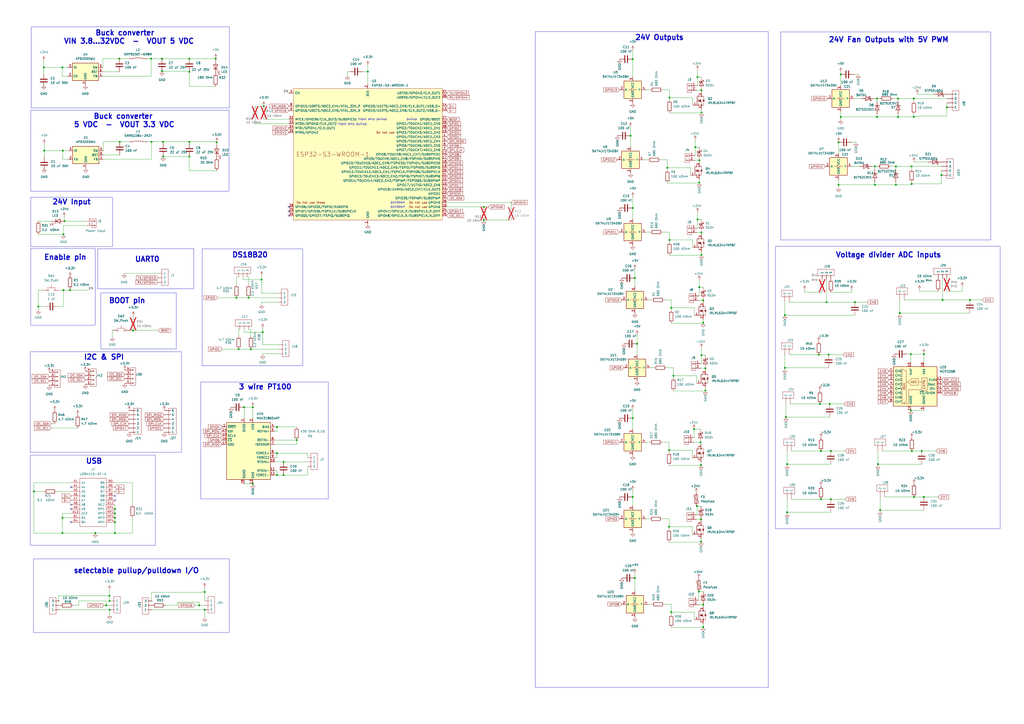
<source format=kicad_sch>
(kicad_sch (version 20250114) (generator "eeschema") (generator_version "9.0")
  (paper "A2")
  (rectangle (start 117.221 144.399) (end 175.641 212.217))
  (rectangle (start 18.161 15.621) (end 133.096 62.611))
  (rectangle (start 56.769 144.272) (end 112.395 167.513))
  (rectangle (start 19.431 324.231) (end 132.969 366.903))
  (rectangle (start 449.834 142.875) (end 580.136 306.705))
  (rectangle (start 17.526 204.089) (end 105.283 262.382))
  (rectangle (start 58.547 169.926) (end 102.235 202.438))
  (rectangle (start 17.78 63.881) (end 132.842 110.871))
  (rectangle (start 310.515 18.288) (end 445.643 398.78))
  (rectangle (start 17.526 264.16) (end 90.17 316.23))
  (rectangle (start 452.882 18.542) (end 574.675 139.192))
  (rectangle (start 17.78 114.427) (end 65.278 143.002))
  (rectangle (start 116.459 221.615) (end 190.5 289.433))
  (rectangle (start 17.78 144.145) (end 55.245 188.595))
  (text "I2C & SPI" (at 48.514 209.042 0) (effects (font (size 3 3) (thickness 0.6) (bold yes)) (justify left bottom)))
  (text "pulldown" (at 230.759 120.015 0) (effects (font (size 1.27 1.27))))
  (text "3 wire PT100" (at 138.303 226.314 0) (effects (font (size 3 3) (thickness 0.6) (bold yes)) (justify left bottom)))
  (text "        Buck converter \nVIN 3.8...32VDC  -  VOUT 5 VDC" (at 36.83 25.781 0) (effects (font (size 3 3) (thickness 0.6) (bold yes)) (justify left bottom)))
  (text "24V Input" (at 30.226 118.999 0) (effects (font (size 3 3) (thickness 0.6) (bold yes)) (justify left bottom)))
  (text "Voltage divider ADC inputs" (at 484.632 149.733 0) (effects (font (size 3 3) (thickness 0.6) (bold yes)) (justify left bottom)))
  (text "UART0\n" (at 78.105 152.273 0) (effects (font (size 3 3) (thickness 0.6) (bold yes)) (justify left bottom)))
  (text "Input only pullup" (at 204.343 72.009 0) (effects (font (size 1.27 1.27))))
  (text "USB" (at 49.657 269.367 0) (effects (font (size 3 3) (thickness 0.6) (bold yes)) (justify left bottom)))
  (text "pulldown" (at 230.759 117.475 0) (effects (font (size 1.27 1.27))))
  (text "DS18B20" (at 134.493 149.733 0) (effects (font (size 3 3) (thickness 0.6) (bold yes)) (justify left bottom)))
  (text "     Buck converter \n5 VDC  -  VOUT 3.3 VDC" (at 42.672 74.168 0) (effects (font (size 3 3) (thickness 0.6) (bold yes)) (justify left bottom)))
  (text "pullup" (at 238.887 69.215 0) (effects (font (size 1.27 1.27))))
  (text "BOOT pin\n" (at 62.992 176.276 0) (effects (font (size 3 3) (thickness 0.6) (bold yes)) (justify left bottom)))
  (text "Enable pin" (at 25.4 151.13 0) (effects (font (size 3 3) (thickness 0.6) (bold yes)) (justify left bottom)))
  (text "Input only pullup" (at 216.027 69.215 0) (effects (font (size 1.27 1.27))))
  (text "24V Fan Outputs with 5V PWM" (at 480.568 24.892 0) (effects (font (size 3 3) (thickness 0.6) (bold yes)) (justify left bottom)))
  (text "selectable pullup/pulldown I/O" (at 42.545 332.867 0) (effects (font (size 3 3) (thickness 0.6) (bold yes)) (justify left bottom)))
  (text "24V Outputs" (at 368.3 23.622 0) (effects (font (size 3 3) (thickness 0.6) (bold yes)) (justify left bottom)))
  (junction (at 66.675 295.275))
  (junction (at 36.195 39.116))
  (junction (at 19.685 285.115))
  (junction (at 141.605 236.22))
  (junction (at 528.828 106.68))
  (junction (at 406.654 269.748))
  (junction (at 409.194 226.568))
  (junction (at 520.954 57.15))
  (junction (at 63.627 353.695))
  (junction (at 160.655 275.59))
  (junction (at 36.449 87.376))
  (junction (at 25.4 39.116))
  (junction (at 520.954 67.818))
  (junction (at 36.83 168.275))
  (junction (at 479.425 175.26))
  (junction (at 486.41 82.55))
  (junction (at 528.828 96.52))
  (junction (at 405.638 166.624))
  (junction (at 388.112 261.112))
  (junction (at 367.03 34.29))
  (junction (at 508.762 57.15))
  (junction (at 280.67 127.635))
  (junction (at 407.924 350.774))
  (junction (at 125.095 34.036))
  (junction (at 480.695 205.74))
  (junction (at 406.4 256.54))
  (junction (at 94.615 90.805))
  (junction (at 456.565 269.24))
  (junction (at 36.195 300.355))
  (junction (at 528.955 261.62))
  (junction (at 94.615 82.296))
  (junction (at 125.095 33.909))
  (junction (at 481.965 289.56))
  (junction (at 172.085 255.27))
  (junction (at 406.908 52.324))
  (junction (at 546.735 173.99))
  (junction (at 486.41 107.188))
  (junction (at 87.884 82.296))
  (junction (at 164.465 267.97))
  (junction (at 36.195 309.245))
  (junction (at 390.652 217.932))
  (junction (at 160.655 262.89))
  (junction (at 474.98 205.74))
  (junction (at 63.5 348.615))
  (junction (at 115.57 351.155))
  (junction (at 402.59 248.92))
  (junction (at 109.855 41.656))
  (junction (at 455.93 241.935))
  (junction (at 280.67 120.015))
  (junction (at 487.68 43.18))
  (junction (at 388.366 56.642))
  (junction (at 549.275 62.23))
  (junction (at 407.924 363.728))
  (junction (at 368.3 335.28))
  (junction (at 146.685 236.22))
  (junction (at 152.4 192.659))
  (junction (at 407.924 174.244))
  (junction (at 406.654 314.198))
  (junction (at 530.098 57.15))
  (junction (at 507.492 96.52))
  (junction (at 530.098 67.818))
  (junction (at 409.194 213.614))
  (junction (at 528.32 205.4373))
  (junction (at 519.684 96.52))
  (junction (at 521.97 181.61))
  (junction (at 481.965 261.62))
  (junction (at 137.16 172.72))
  (junction (at 507.492 107.188))
  (junction (at 405.638 105.918))
  (junction (at 510.54 295.91))
  (junction (at 125.73 82.55))
  (junction (at 37.465 128.27))
  (junction (at 93.98 41.275))
  (junction (at 87.63 34.036))
  (junction (at 118.745 343.408))
  (junction (at 476.25 261.62))
  (junction (at 456.565 297.18))
  (junction (at 146.685 280.67))
  (junction (at 388.366 139.192))
  (junction (at 534.67 261.62))
  (junction (at 93.98 34.036))
  (junction (at 367.03 242.57))
  (junction (at 404.368 293.624))
  (junction (at 475.615 234.315))
  (junction (at 404.622 127.254))
  (junction (at 481.33 234.315))
  (junction (at 109.855 34.036))
  (junction (at 406.908 134.874))
  (junction (at 69.215 34.036))
  (junction (at 528.32 238.125))
  (junction (at 476.25 289.56))
  (junction (at 406.908 65.278))
  (junction (at 369.57 199.39))
  (junction (at 22.225 177.8))
  (junction (at 495.935 175.26))
  (junction (at 530.225 288.29))
  (junction (at 138.43 202.565))
  (junction (at 367.03 288.29))
  (junction (at 66.675 297.815))
  (junction (at 388.112 305.562))
  (junction (at 145.542 202.565))
  (junction (at 77.216 191.643))
  (junction (at 387.096 97.282))
  (junction (at 389.382 178.562))
  (junction (at 562.61 173.99))
  (junction (at 455.295 182.753))
  (junction (at 213.36 41.529))
  (junction (at 403.352 85.344))
  (junction (at 367.03 120.65))
  (junction (at 535.94 205.4373))
  (junction (at 66.675 309.245))
  (junction (at 389.382 355.092))
  (junction (at 151.765 162.179))
  (junction (at 535.94 288.29))
  (junction (at 487.68 67.818))
  (junction (at 164.465 275.59))
  (junction (at 109.855 90.805))
  (junction (at 365.76 78.74))
  (junction (at 405.638 92.964))
  (junction (at 546.1 101.6))
  (junction (at 455.295 213.36))
  (junction (at 55.245 309.245))
  (junction (at 36.83 135.89))
  (junction (at 61.595 351.155))
  (junction (at 406.908 147.828))
  (junction (at 118.745 353.695))
  (junction (at 405.384 343.154))
  (junction (at 509.27 269.24))
  (junction (at 160.655 247.65))
  (junction (at 109.855 82.296))
  (junction (at 368.3 161.29))
  (junction (at 63.5 345.567))
  (junction (at 40.64 168.275))
  (junction (at 407.924 187.198))
  (junction (at 66.675 300.355))
  (junction (at 508.762 67.818))
  (junction (at 519.684 107.188))
  (junction (at 66.675 302.895))
  (junction (at 404.622 44.704))
  (junction (at 144.145 172.72))
  (junction (at 69.469 82.296))
  (junction (at 25.654 87.376))
  (junction (at 406.908 205.994))
  (junction (at 153.035 61.595))
  (junction (at 406.654 301.244))
  (no_connect (at 41.275 302.895))
  (no_connect (at 41.275 292.735))
  (no_connect (at 41.275 295.275))
  (no_connect (at 167.64 120.015))
  (no_connect (at 167.64 125.095))
  (no_connect (at 41.275 282.575))
  (no_connect (at 66.675 290.195))
  (no_connect (at 167.64 122.555))
  (no_connect (at 66.675 287.655))
  (wire (pts (xy 404.622 127.254) (xy 404.622 132.334)))
  (wire (pts (xy 383.286 92.71) (xy 387.096 92.71)))
  (wire (pts (xy 25.654 97.536) (xy 25.654 98.806)))
  (wire (pts (xy 406.908 134.874) (xy 406.908 135.89)))
  (wire (pts (xy 516.636 96.52) (xy 519.684 96.52)))
  (wire (pts (xy 405.384 350.774) (xy 407.924 350.774)))
  (wire (pts (xy 406.654 314.198) (xy 406.654 314.452)))
  (wire (pts (xy 476.25 289.56) (xy 481.965 289.56)))
  (wire (pts (xy 406.908 146.05) (xy 406.908 147.828)))
  (wire (pts (xy 87.63 34.036) (xy 87.63 44.196)))
  (wire (pts (xy 388.366 52.07) (xy 388.366 56.642)))
  (wire (pts (xy 201.549 41.529) (xy 201.549 43.815)))
  (wire (pts (xy 146.685 236.22) (xy 146.685 242.57)))
  (wire (pts (xy 373.38 92.71) (xy 375.666 92.71)))
  (wire (pts (xy 455.295 213.36) (xy 480.695 213.36)))
  (wire (pts (xy 118.745 340.868) (xy 118.745 343.408)))
  (wire (pts (xy 407.924 363.728) (xy 407.924 363.982)))
  (wire (pts (xy 160.655 262.89) (xy 160.655 265.43)))
  (wire (pts (xy 25.4 35.306) (xy 25.4 39.116)))
  (wire (pts (xy 388.112 300.99) (xy 388.112 305.562)))
  (wire (pts (xy 387.096 92.71) (xy 387.096 97.282)))
  (wire (pts (xy 138.43 202.565) (xy 128.905 202.565)))
  (wire (pts (xy 152.4 205.105) (xy 152.4 205.74)))
  (wire (pts (xy 520.954 67.818) (xy 530.098 67.818)))
  (wire (pts (xy 33.909 345.567) (xy 33.909 348.615)))
  (wire (pts (xy 456.565 269.24) (xy 481.965 269.24)))
  (wire (pts (xy 22.225 168.275) (xy 24.765 168.275)))
  (wire (pts (xy 455.295 175.26) (xy 455.295 182.753)))
  (wire (pts (xy 102.87 351.155) (xy 102.87 349.25)))
  (wire (pts (xy 161.29 172.72) (xy 144.145 172.72)))
  (wire (pts (xy 384.302 256.54) (xy 388.112 256.54)))
  (wire (pts (xy 85.344 82.296) (xy 87.884 82.296)))
  (wire (pts (xy 519.684 96.52) (xy 528.828 96.52)))
  (wire (pts (xy 22.225 128.27) (xy 29.845 128.27)))
  (wire (pts (xy 535.94 205.4373) (xy 535.94 210.185)))
  (wire (pts (xy 137.16 160.655) (xy 138.43 160.655)))
  (wire (pts (xy 172.085 255.27) (xy 172.085 257.81)))
  (wire (pts (xy 404.622 40.64) (xy 404.622 44.704)))
  (wire (pts (xy 479.425 175.26) (xy 495.935 175.26)))
  (wire (pts (xy 213.36 41.529) (xy 213.36 48.895)))
  (wire (pts (xy 69.469 82.296) (xy 75.184 82.296)))
  (wire (pts (xy 549.275 62.23) (xy 549.275 59.69)))
  (wire (pts (xy 87.63 44.196) (xy 59.69 44.196)))
  (wire (pts (xy 144.145 191.135) (xy 145.542 191.135)))
  (wire (pts (xy 160.655 275.59) (xy 159.385 275.59)))
  (wire (pts (xy 19.685 309.245) (xy 36.195 309.245)))
  (wire (pts (xy 160.655 265.43) (xy 159.385 265.43)))
  (wire (pts (xy 406.908 205.994) (xy 406.908 211.074)))
  (wire (pts (xy 509.27 261.62) (xy 509.27 269.24)))
  (wire (pts (xy 33.909 348.615) (xy 34.417 348.615)))
  (wire (pts (xy 404.368 134.874) (xy 406.908 134.874)))
  (wire (pts (xy 151.765 170.18) (xy 161.29 170.18)))
  (wire (pts (xy 368.3 332.74) (xy 368.3 335.28)))
  (wire (pts (xy 406.654 267.97) (xy 406.654 269.748)))
  (wire (pts (xy 118.745 343.408) (xy 118.745 348.615)))
  (wire (pts (xy 61.595 348.615) (xy 61.595 351.155)))
  (wire (pts (xy 77.216 191.643) (xy 91.821 191.643)))
  (wire (pts (xy 507.492 98.044) (xy 507.492 96.52)))
  (wire (pts (xy 40.64 160.02) (xy 40.64 160.655)))
  (wire (pts (xy 379.222 213.36) (xy 377.19 213.36)))
  (wire (pts (xy 259.08 120.015) (xy 280.67 120.015)))
  (wire (pts (xy 476.25 261.62) (xy 481.965 261.62)))
  (wire (pts (xy 531.495 67.31) (xy 531.495 67.818)))
  (wire (pts (xy 147.955 61.595) (xy 153.035 61.595)))
  (wire (pts (xy 406.654 312.42) (xy 406.654 314.198)))
  (wire (pts (xy 60.325 351.155) (xy 61.595 351.155)))
  (wire (pts (xy 102.87 349.25) (xy 115.57 349.25)))
  (wire (pts (xy 109.855 41.656) (xy 109.855 50.165)))
  (wire (pts (xy 369.57 199.39) (xy 369.57 205.74)))
  (wire (pts (xy 528.32 205.4373) (xy 528.32 210.185)))
  (wire (pts (xy 549.275 168.91) (xy 558.165 168.91)))
  (wire (pts (xy 66.675 280.035) (xy 76.835 280.035)))
  (wire (pts (xy 59.69 34.036) (xy 59.69 39.116)))
  (wire (pts (xy 145.542 202.565) (xy 138.43 202.565)))
  (wire (pts (xy 152.4 192.659) (xy 152.4 200.025)))
  (wire (pts (xy 374.65 134.62) (xy 376.936 134.62)))
  (wire (pts (xy 390.652 226.822) (xy 409.194 226.822)))
  (wire (pts (xy 403.352 85.344) (xy 405.638 85.344)))
  (wire (pts (xy 280.67 127.635) (xy 296.545 127.635)))
  (wire (pts (xy 511.81 261.62) (xy 528.955 261.62)))
  (wire (pts (xy 160.655 262.89) (xy 178.435 262.89)))
  (wire (pts (xy 40.64 167.64) (xy 40.64 168.275)))
  (wire (pts (xy 367.03 237.49) (xy 367.03 242.57)))
  (wire (pts (xy 153.035 69.215) (xy 167.64 69.215)))
  (wire (pts (xy 159.385 250.19) (xy 160.655 250.19)))
  (wire (pts (xy 368.3 335.28) (xy 368.3 342.9)))
  (wire (pts (xy 88.265 353.695) (xy 118.745 353.695)))
  (wire (pts (xy 386.842 213.36) (xy 390.652 213.36)))
  (wire (pts (xy 404.368 293.624) (xy 404.368 298.704)))
  (wire (pts (xy 125.73 82.55) (xy 125.73 82.296)))
  (wire (pts (xy 519.684 98.044) (xy 519.684 96.52)))
  (wire (pts (xy 66.675 309.245) (xy 55.245 309.245)))
  (wire (pts (xy 388.366 134.62) (xy 388.366 139.192)))
  (wire (pts (xy 389.382 356.362) (xy 389.382 355.092)))
  (wire (pts (xy 109.855 83.185) (xy 109.855 82.296)))
  (wire (pts (xy 487.68 67.818) (xy 487.68 64.77)))
  (wire (pts (xy 401.574 261.112) (xy 401.574 265.43)))
  (wire (pts (xy 404.622 44.704) (xy 404.622 49.784)))
  (wire (pts (xy 520.954 58.674) (xy 520.954 57.15)))
  (wire (pts (xy 406.908 63.5) (xy 406.908 65.278)))
  (wire (pts (xy 164.465 267.97) (xy 178.435 267.97)))
  (wire (pts (xy 36.83 130.81) (xy 36.83 135.89)))
  (wire (pts (xy 528.828 105.664) (xy 528.828 106.68)))
  (wire (pts (xy 524.51 173.99) (xy 546.735 173.99)))
  (wire (pts (xy 389.382 363.982) (xy 407.924 363.982)))
  (wire (pts (xy 87.884 82.296) (xy 94.615 82.296)))
  (wire (pts (xy 513.08 288.29) (xy 530.225 288.29)))
  (wire (pts (xy 72.009 158.623) (xy 91.821 158.623)))
  (wire (pts (xy 405.638 104.14) (xy 405.638 105.918)))
  (wire (pts (xy 387.096 106.172) (xy 405.638 106.172)))
  (wire (pts (xy 125.095 33.655) (xy 125.095 33.909)))
  (wire (pts (xy 487.68 67.818) (xy 508.762 67.818)))
  (wire (pts (xy 160.655 247.65) (xy 172.085 247.65)))
  (wire (pts (xy 376.682 256.54) (xy 374.65 256.54)))
  (wire (pts (xy 528.828 106.68) (xy 528.828 107.188)))
  (wire (pts (xy 534.67 261.62) (xy 542.925 261.62)))
  (wire (pts (xy 498.348 96.52) (xy 494.03 96.52)))
  (wire (pts (xy 404.622 44.704) (xy 406.908 44.704)))
  (wire (pts (xy 151.765 175.26) (xy 161.29 175.26)))
  (wire (pts (xy 530.098 57.15) (xy 549.275 57.15)))
  (wire (pts (xy 160.655 275.59) (xy 164.465 275.59)))
  (wire (pts (xy 61.595 351.155) (xy 64.135 351.155)))
  (wire (pts (xy 457.835 175.26) (xy 479.425 175.26)))
  (wire (pts (xy 487.68 41.91) (xy 487.68 43.18)))
  (wire (pts (xy 402.59 256.54) (xy 406.4 256.54)))
  (wire (pts (xy 458.47 234.315) (xy 475.615 234.315)))
  (wire (pts (xy 404.114 217.932) (xy 404.114 222.25)))
  (wire (pts (xy 41.275 280.035) (xy 19.685 280.035)))
  (wire (pts (xy 19.685 280.035) (xy 19.685 285.115)))
  (wire (pts (xy 159.385 267.97) (xy 164.465 267.97)))
  (wire (pts (xy 376.682 300.99) (xy 374.65 300.99)))
  (wire (pts (xy 138.43 194.945) (xy 138.43 191.135)))
  (wire (pts (xy 546.735 173.99) (xy 562.61 173.99)))
  (wire (pts (xy 87.884 343.662) (xy 116.84 343.662)))
  (wire (pts (xy 22.225 135.89) (xy 36.83 135.89)))
  (wire (pts (xy 388.112 314.452) (xy 406.654 314.452)))
  (wire (pts (xy 63.627 353.695) (xy 64.135 353.695)))
  (wire (pts (xy 403.86 293.37) (xy 403.86 293.624)))
  (wire (pts (xy 409.194 226.568) (xy 409.194 226.822)))
  (wire (pts (xy 63.5 348.615) (xy 64.135 348.615)))
  (wire (pts (xy 455.93 241.935) (xy 481.33 241.935)))
  (wire (pts (xy 33.909 345.567) (xy 63.5 345.567)))
  (wire (pts (xy 404.622 123.19) (xy 404.622 127.254)))
  (wire (pts (xy 507.492 96.52) (xy 505.968 96.52)))
  (wire (pts (xy 510.54 295.91) (xy 510.54 296.545)))
  (wire (pts (xy 405.638 166.624) (xy 405.638 171.704)))
  (wire (pts (xy 25.654 83.566) (xy 25.654 87.376)))
  (wire (pts (xy 36.195 44.196) (xy 36.195 39.116)))
  (wire (pts (xy 164.465 275.59) (xy 178.435 275.59)))
  (wire (pts (xy 125.095 50.165) (xy 109.855 50.165)))
  (wire (pts (xy 389.382 355.092) (xy 402.844 355.092)))
  (wire (pts (xy 521.97 182.245) (xy 521.97 181.61)))
  (wire (pts (xy 528.828 98.044) (xy 528.828 96.52)))
  (wire (pts (xy 25.4 49.276) (xy 25.4 50.546)))
  (wire (pts (xy 388.366 140.462) (xy 388.366 139.192)))
  (wire (pts (xy 530.098 66.294) (xy 530.098 67.818)))
  (wire (pts (xy 367.03 288.29) (xy 367.03 293.37)))
  (wire (pts (xy 125.095 33.909) (xy 125.095 34.036)))
  (wire (pts (xy 403.352 90.424) (xy 403.098 90.424)))
  (wire (pts (xy 87.884 82.296) (xy 87.884 92.456)))
  (wire (pts (xy 486.41 82.55) (xy 486.41 88.9)))
  (wire (pts (xy 526.288 205.359) (xy 528.32 205.359)))
  (wire (pts (xy 520.954 66.294) (xy 520.954 67.818)))
  (wire (pts (xy 40.64 168.275) (xy 51.435 168.275)))
  (wire (pts (xy 66.675 302.895) (xy 66.675 309.245)))
  (wire (pts (xy 140.97 162.179) (xy 151.765 162.179)))
  (wire (pts (xy 455.295 182.88) (xy 455.295 182.753)))
  (wire (pts (xy 474.98 205.74) (xy 480.695 205.74)))
  (wire (pts (xy 365.76 73.66) (xy 365.76 78.74)))
  (wire (pts (xy 367.03 29.21) (xy 367.03 34.29)))
  (wire (pts (xy 531.495 67.31) (xy 549.275 67.31)))
  (wire (pts (xy 39.37 44.196) (xy 36.195 44.196)))
  (wire (pts (xy 528.32 205.359) (xy 528.32 205.4373)))
  (wire (pts (xy 76.835 280.035) (xy 76.835 292.735)))
  (wire (pts (xy 59.944 82.296) (xy 59.944 87.376)))
  (wire (pts (xy 160.655 247.65) (xy 159.385 247.65)))
  (wire (pts (xy 510.54 295.91) (xy 535.94 295.91)))
  (wire (pts (xy 510.54 288.29) (xy 510.54 295.91)))
  (wire (pts (xy 528.828 96.52) (xy 546.1 96.52)))
  (wire (pts (xy 535.94 288.29) (xy 544.195 288.29)))
  (wire (pts (xy 147.955 71.755) (xy 167.64 71.755)))
  (wire (pts (xy 141.605 192.659) (xy 141.605 191.135)))
  (wire (pts (xy 403.098 92.964) (xy 405.638 92.964)))
  (wire (pts (xy 558.165 168.91) (xy 558.165 166.37)))
  (wire (pts (xy 390.652 213.36) (xy 390.652 217.932)))
  (wire (pts (xy 406.654 269.748) (xy 406.654 270.002)))
  (wire (pts (xy 496.57 82.55) (xy 494.03 82.55)))
  (wire (pts (xy 388.112 256.54) (xy 388.112 261.112)))
  (wire (pts (xy 456.565 269.24) (xy 456.565 269.875)))
  (wire (pts (xy 508.762 58.674) (xy 508.762 57.15)))
  (wire (pts (xy 160.655 273.05) (xy 160.655 275.59)))
  (wire (pts (xy 528.828 106.68) (xy 546.1 106.68)))
  (wire (pts (xy 367.03 114.3) (xy 367.03 120.65)))
  (wire (pts (xy 141.605 192.659) (xy 152.4 192.659)))
  (wire (pts (xy 33.655 177.8) (xy 36.83 177.8)))
  (wire (pts (xy 41.275 300.355) (xy 36.195 300.355)))
  (wire (pts (xy 45.72 348.615) (xy 61.595 348.615)))
  (wire (pts (xy 546.1 106.68) (xy 546.1 101.6)))
  (wire (pts (xy 152.4 190.5) (xy 152.4 192.659)))
  (wire (pts (xy 37.211 125.857) (xy 37.211 128.27)))
  (wire (pts (xy 172.085 255.27) (xy 159.385 255.27)))
  (wire (pts (xy 508.762 57.15) (xy 507.238 57.15)))
  (wire (pts (xy 377.952 173.99) (xy 375.92 173.99)))
  (wire (pts (xy 116.84 343.408) (xy 116.84 343.662)))
  (wire (pts (xy 509.27 269.24) (xy 509.27 269.875)))
  (wire (pts (xy 546.735 161.29) (xy 546.735 173.99)))
  (wire (pts (xy 466.725 168.275) (xy 466.725 169.545)))
  (wire (pts (xy 508.762 66.294) (xy 508.762 67.818)))
  (wire (pts (xy 406.4 256.54) (xy 406.4 257.81)))
  (wire (pts (xy 405.638 166.624) (xy 407.924 166.624)))
  (wire (pts (xy 402.59 254) (xy 402.59 248.92)))
  (wire (pts (xy 520.954 57.15) (xy 530.098 57.15)))
  (wire (pts (xy 31.75 245.745) (xy 29.845 245.745)))
  (wire (pts (xy 36.449 87.376) (xy 39.624 87.376)))
  (wire (pts (xy 77.216 184.023) (xy 77.216 183.388)))
  (wire (pts (xy 457.835 205.74) (xy 474.98 205.74)))
  (wire (pts (xy 167.64 53.975) (xy 167.259 53.975)))
  (wire (pts (xy 37.211 128.27) (xy 37.465 128.27)))
  (wire (pts (xy 36.83 168.275) (xy 36.83 177.8)))
  (wire (pts (xy 480.695 205.74) (xy 488.95 205.74)))
  (wire (pts (xy 528.32 238.125) (xy 535.94 238.125)))
  (wire (pts (xy 34.925 351.155) (xy 34.417 351.155)))
  (wire (pts (xy 95.885 351.155) (xy 102.87 351.155)))
  (wire (pts (xy 41.275 285.115) (xy 33.02 285.115)))
  (wire (pts (xy 213.36 38.1) (xy 213.36 41.529)))
  (wire (pts (xy 528.32 205.4373) (xy 535.94 205.4373)))
  (wire (pts (xy 384.556 134.62) (xy 388.366 134.62)))
  (wire (pts (xy 407.924 187.198) (xy 407.924 187.452)))
  (wire (pts (xy 455.93 234.315) (xy 455.93 241.935)))
  (wire (pts (xy 36.195 39.116) (xy 39.37 39.116)))
  (wire (pts (xy 405.384 343.154) (xy 407.924 343.154)))
  (wire (pts (xy 94.615 83.185) (xy 94.615 82.296)))
  (wire (pts (xy 369.57 194.31) (xy 369.57 199.39)))
  (wire (pts (xy 486.41 107.188) (xy 486.41 104.14)))
  (wire (pts (xy 178.435 275.59) (xy 178.435 270.51)))
  (wire (pts (xy 59.69 34.036) (xy 69.215 34.036)))
  (wire (pts (xy 403.352 81.28) (xy 403.352 85.344)))
  (wire (pts (xy 481.965 261.62) (xy 490.22 261.62)))
  (wire (pts (xy 22.225 168.275) (xy 22.225 177.8)))
  (wire (pts (xy 367.03 34.29) (xy 367.03 44.45)))
  (wire (pts (xy 74.93 34.036) (xy 69.215 34.036)))
  (wire (pts (xy 63.627 356.489) (xy 63.627 353.695)))
  (wire (pts (xy 405.638 171.704) (xy 405.384 171.704)))
  (wire (pts (xy 210.439 41.529) (xy 213.36 41.529)))
  (wire (pts (xy 517.906 57.15) (xy 520.954 57.15)))
  (wire (pts (xy 401.828 56.642) (xy 401.828 60.96)))
  (wire (pts (xy 147.955 69.215) (xy 147.955 71.755)))
  (wire (pts (xy 141.605 236.22) (xy 146.685 236.22)))
  (wire (pts (xy 510.286 57.15) (xy 508.762 57.15)))
  (wire (pts (xy 59.69 41.656) (xy 69.215 41.656)))
  (wire (pts (xy 406.908 52.324) (xy 406.908 53.34)))
  (wire (pts (xy 403.352 85.344) (xy 403.352 90.424)))
  (wire (pts (xy 562.61 173.99) (xy 569.849 173.99)))
  (wire (pts (xy 151.765 176.53) (xy 151.765 175.26)))
  (wire (pts (xy 109.855 41.275) (xy 93.98 41.275)))
  (wire (pts (xy 160.655 273.05) (xy 159.385 273.05)))
  (wire (pts (xy 404.368 298.704) (xy 404.114 298.704)))
  (wire (pts (xy 456.565 297.18) (xy 481.965 297.18)))
  (wire (pts (xy 22.225 179.705) (xy 22.225 177.8)))
  (wire (pts (xy 25.654 91.186) (xy 25.654 87.376)))
  (wire (pts (xy 521.97 173.99) (xy 521.97 181.61)))
  (wire (pts (xy 535.94 205.105) (xy 535.94 205.4373)))
  (wire (pts (xy 388.366 56.642) (xy 401.828 56.642)))
  (wire (pts (xy 406.654 301.244) (xy 406.654 302.26)))
  (wire (pts (xy 87.63 34.036) (xy 93.98 34.036)))
  (wire (pts (xy 509.27 269.24) (xy 534.67 269.24)))
  (wire (pts (xy 406.908 205.994) (xy 409.194 205.994)))
  (wire (pts (xy 404.622 132.334) (xy 404.368 132.334)))
  (wire (pts (xy 405.384 343.154) (xy 405.384 348.234)))
  (wire (pts (xy 85.09 34.036) (xy 87.63 34.036)))
  (wire (pts (xy 404.622 127.254) (xy 406.908 127.254)))
  (wire (pts (xy 406.654 213.614) (xy 409.194 213.614)))
  (wire (pts (xy 115.57 349.25) (xy 115.57 351.155)))
  (wire (pts (xy 388.112 305.562) (xy 401.574 305.562)))
  (wire (pts (xy 118.745 343.408) (xy 116.84 343.408)))
  (wire (pts (xy 93.98 40.64) (xy 93.98 41.275)))
  (wire (pts (xy 367.03 242.57) (xy 367.03 248.92)))
  (wire (pts (xy 45.72 351.155) (xy 45.72 348.615)))
  (wire (pts (xy 530.098 58.674) (xy 530.098 57.15)))
  (wire (pts (xy 409.194 213.614) (xy 409.194 214.63)))
  (wire (pts (xy 455.295 213.995) (xy 455.295 213.36)))
  (wire (pts (xy 296.545 117.475) (xy 296.545 120.015)))
  (wire (pts (xy 459.105 289.56) (xy 476.25 289.56)))
  (wire (pts (xy 50.165 130.81) (xy 36.83 130.81)))
  (wire (pts (xy 405.638 92.964) (xy 405.638 93.98)))
  (wire (pts (xy 367.03 284.48) (xy 367.03 288.29)))
  (wire (pts (xy 407.924 185.42) (xy 407.924 187.198)))
  (wire (pts (xy 403.86 293.624) (xy 404.368 293.624)))
  (wire (pts (xy 93.98 41.656) (xy 93.98 41.275)))
  (wire (pts (xy 63.5 348.615) (xy 63.373 348.615)))
  (wire (pts (xy 530.225 288.29) (xy 535.94 288.29)))
  (wire (pts (xy 509.016 96.52) (xy 507.492 96.52)))
  (wire (pts (xy 36.195 309.245) (xy 55.245 309.245)))
  (wire (pts (xy 407.924 174.244) (xy 407.924 175.26)))
  (wire (pts (xy 145.542 191.135) (xy 145.542 194.945)))
  (wire (pts (xy 389.382 350.52) (xy 389.382 355.092)))
  (wire (pts (xy 388.112 262.382) (xy 388.112 261.112)))
  (wire (pts (xy 405.638 105.918) (xy 405.638 106.172)))
  (wire (pts (xy 125.73 83.82) (xy 125.73 82.55)))
  (wire (pts (xy 94.615 90.805) (xy 109.855 90.805)))
  (wire (pts (xy 151.765 160.02) (xy 151.765 162.179)))
  (wire (pts (xy 76.835 309.245) (xy 66.675 309.245)))
  (wire (pts (xy 45.085 248.285) (xy 29.845 248.285)))
  (wire (pts (xy 456.565 289.56) (xy 456.565 297.18)))
  (wire (pts (xy 507.492 105.664) (xy 507.492 107.188)))
  (wire (pts (xy 19.685 285.115) (xy 19.685 309.245)))
  (wire (pts (xy 407.924 350.774) (xy 407.924 351.79)))
  (wire (pts (xy 388.366 65.532) (xy 406.908 65.532)))
  (wire (pts (xy 39.624 92.456) (xy 36.449 92.456)))
  (wire (pts (xy 388.112 261.112) (xy 401.574 261.112)))
  (wire (pts (xy 387.096 97.282) (xy 400.558 97.282)))
  (wire (pts (xy 499.618 57.15) (xy 495.3 57.15)))
  (wire (pts (xy 368.3 156.21) (xy 368.3 161.29)))
  (wire (pts (xy 368.3 161.29) (xy 368.3 166.37)))
  (wire (pts (xy 87.884 92.456) (xy 59.944 92.456)))
  (wire (pts (xy 401.574 305.562) (xy 401.574 309.88)))
  (wire (pts (xy 404.622 49.784) (xy 404.368 49.784)))
  (wire (pts (xy 377.952 350.52) (xy 375.92 350.52)))
  (wire (pts (xy 93.98 34.036) (xy 109.855 34.036)))
  (wire (pts (xy 389.382 173.99) (xy 389.382 178.562)))
  (wire (pts (xy 475.615 234.315) (xy 481.33 234.315)))
  (wire (pts (xy 390.652 217.932) (xy 404.114 217.932)))
  (wire (pts (xy 406.4 257.81) (xy 406.654 257.81)))
  (wire (pts (xy 455.295 213.36) (xy 455.295 205.74)))
  (wire (pts (xy 400.558 97.282) (xy 400.558 101.6)))
  (wire (pts (xy 42.545 351.155) (xy 45.72 351.155)))
  (wire (pts (xy 405.384 174.244) (xy 407.924 174.244)))
  (wire (pts (xy 109.855 41.275) (xy 109.855 41.656)))
  (wire (pts (xy 125.73 99.06) (xy 109.855 99.06)))
  (wire (pts (xy 141.605 242.57) (xy 141.605 236.22)))
  (wire (pts (xy 259.08 117.475) (xy 296.545 117.475)))
  (wire (pts (xy 137.16 165.1) (xy 137.16 160.655)))
  (wire (pts (xy 456.565 297.18) (xy 456.565 297.815)))
  (wire (pts (xy 401.828 139.192) (xy 401.828 143.51)))
  (wire (pts (xy 388.366 148.082) (xy 406.908 148.082)))
  (wire (pts (xy 161.925 200.025) (xy 152.4 200.025)))
  (wire (pts (xy 178.435 262.89) (xy 178.435 265.43)))
  (wire (pts (xy 141.605 280.67) (xy 146.685 280.67)))
  (wire (pts (xy 385.572 173.99) (xy 389.382 173.99)))
  (wire (pts (xy 507.492 107.188) (xy 519.684 107.188)))
  (wire (pts (xy 385.572 350.52) (xy 389.382 350.52)))
  (wire (pts (xy 66.675 292.735) (xy 66.675 295.275)))
  (wire (pts (xy 137.16 172.72) (xy 144.145 172.72)))
  (wire (pts (xy 406.908 201.93) (xy 406.908 205.994)))
  (wire (pts (xy 384.302 300.99) (xy 388.112 300.99)))
  (wire (pts (xy 406.908 211.074) (xy 406.654 211.074)))
  (wire (pts (xy 367.03 120.65) (xy 367.03 127)))
  (wire (pts (xy 87.884 348.615) (xy 88.265 348.615)))
  (wire (pts (xy 519.684 105.664) (xy 519.684 107.188)))
  (wire (pts (xy 389.382 179.832) (xy 389.382 178.562)))
  (wire (pts (xy 137.16 172.72) (xy 126.365 172.72)))
  (wire (pts (xy 404.368 52.324) (xy 406.908 52.324)))
  (wire (pts (xy 404.368 293.624) (xy 406.654 293.624)))
  (wire (pts (xy 63.5 345.567) (xy 63.5 348.615)))
  (wire (pts (xy 159.385 257.81) (xy 172.085 257.81)))
  (wire (pts (xy 144.145 160.655) (xy 144.145 165.1)))
  (wire (pts (xy 374.65 52.07) (xy 376.936 52.07)))
  (wire (pts (xy 94.615 82.296) (xy 109.855 82.296)))
  (wire (pts (xy 528.955 261.62) (xy 534.67 261.62)))
  (wire (pts (xy 37.465 128.27) (xy 50.165 128.27)))
  (wire (pts (xy 409.194 224.79) (xy 409.194 226.568)))
  (wire (pts (xy 481.33 234.315) (xy 489.585 234.315)))
  (wire (pts (xy 161.925 205.105) (xy 152.4 205.105)))
  (wire (pts (xy 63.5 342.265) (xy 63.5 345.567)))
  (wire (pts (xy 65.151 191.643) (xy 65.151 195.453)))
  (wire (pts (xy 494.03 169.545) (xy 481.965 169.545)))
  (wire (pts (xy 66.675 295.275) (xy 66.675 297.815)))
  (wire (pts (xy 34.417 353.695) (xy 63.627 353.695)))
  (wire (pts (xy 66.675 300.355) (xy 66.675 302.895)))
  (wire (pts (xy 459.105 261.62) (xy 476.25 261.62)))
  (wire (pts (xy 497.84 43.18) (xy 495.3 43.18)))
  (wire (pts (xy 402.844 355.092) (xy 402.844 359.41)))
  (wire (pts (xy 109.855 82.296) (xy 125.73 82.296)))
  (wire (pts (xy 160.655 262.89) (xy 159.385 262.89)))
  (wire (pts (xy 487.68 69.342) (xy 487.68 67.818)))
  (wire (pts (xy 466.725 169.545) (xy 476.885 169.545)))
  (wire (pts (xy 531.495 67.818) (xy 530.098 67.818)))
  (wire (pts (xy 59.944 82.296) (xy 69.469 82.296)))
  (wire (pts (xy 486.41 107.188) (xy 507.492 107.188)))
  (wire (pts (xy 495.935 175.26) (xy 502.92 175.26)))
  (wire (pts (xy 546.1 101.6) (xy 546.1 99.06)))
  (wire (pts (xy 76.835 300.355) (xy 76.835 309.245)))
  (wire (pts (xy 544.195 168.91) (xy 533.4 168.91)))
  (wire (pts (xy 160.655 250.19) (xy 160.655 247.65)))
  (wire (pts (xy 495.935 182.88) (xy 455.295 182.88)))
  (wire (pts (xy 19.685 285.115) (xy 25.4 285.115)))
  (wire (pts (xy 456.565 261.62) (xy 456.565 269.24)))
  (wire (pts (xy 25.4 42.926) (xy 25.4 39.116)))
  (wire (pts (xy 125.095 34.036) (xy 125.095 34.925)))
  (wire (pts (xy 36.449 92.456) (xy 36.449 87.376)))
  (wire (pts (xy 143.51 160.655) (xy 144.145 160.655)))
  (wire (pts (xy 388.366 139.192) (xy 401.828 139.192)))
  (wire (pts (xy 530.225 93.98) (xy 538.48 93.98)))
  (wire (pts (xy 115.57 351.155) (xy 118.745 351.155)))
  (wire (pts (xy 25.654 87.376) (xy 36.449 87.376)))
  (wire (pts (xy 532.13 54.61) (xy 541.655 54.61)))
  (wire (pts (xy 109.855 99.06) (xy 109.855 90.805)))
  (wire (pts (xy 36.83 168.275) (xy 40.64 168.275)))
  (wire (pts (xy 113.03 351.155) (xy 115.57 351.155)))
  (wire (pts (xy 390.652 219.202) (xy 390.652 217.932)))
  (wire (pts (xy 75.311 191.643) (xy 77.216 191.643)))
  (wire (pts (xy 151.765 162.179) (xy 151.765 170.18)))
  (wire (pts (xy 384.556 52.07) (xy 388.366 52.07)))
  (wire (pts (xy 402.844 178.562) (xy 402.844 182.88)))
  (wire (pts (xy 202.819 41.529) (xy 201.549 41.529)))
  (wire (pts (xy 25.4 39.116) (xy 36.195 39.116)))
  (wire (pts (xy 405.638 162.56) (xy 405.638 166.624)))
  (wire (pts (xy 66.675 297.815) (xy 66.675 300.355)))
  (wire (pts (xy 118.745 358.14) (xy 118.745 353.695)))
  (wire (pts (xy 508.762 67.818) (xy 520.954 67.818)))
  (wire (pts (xy 519.684 107.188) (xy 528.828 107.188)))
  (wire (pts (xy 549.275 67.31) (xy 549.275 62.23)))
  (wire (pts (xy 494.03 168.275) (xy 494.03 169.545)))
  (wire (pts (xy 533.4 168.91) (xy 533.4 168.275)))
  (wire (pts (xy 36.195 300.355) (xy 36.195 309.245)))
  (wire (pts (xy 388.112 270.002) (xy 406.654 270.002)))
  (wire (pts (xy 138.43 191.135) (xy 139.065 191.135)))
  (wire (pts (xy 406.908 147.828) (xy 406.908 148.082)))
  (wire (pts (xy 388.112 306.832) (xy 388.112 305.562)))
  (wire (pts (xy 59.944 89.916) (xy 69.469 89.916)))
  (wire (pts (xy 407.924 361.95) (xy 407.924 363.728)))
  (wire (pts (xy 365.76 78.74) (xy 365.76 85.09)))
  (wire (pts (xy 387.096 98.552) (xy 387.096 97.282)))
  (wire (pts (xy 161.925 202.565) (xy 145.542 202.565)))
  (wire (pts (xy 404.114 301.244) (xy 406.654 301.244)))
  (wire (pts (xy 34.925 168.275) (xy 36.83 168.275)))
  (wire (pts (xy 36.195 297.815) (xy 36.195 300.355)))
  (wire (pts (xy 41.275 297.815) (xy 36.195 297.815)))
  (wire (pts (xy 479.425 161.925) (xy 479.425 175.26)))
  (wire (pts (xy 406.908 65.278) (xy 406.908 65.532)))
  (wire (pts (xy 389.382 187.452) (xy 407.924 187.452)))
  (wire (pts (xy 125.095 34.036) (xy 109.855 34.036)))
  (wire (pts (xy 140.97 162.179) (xy 140.97 160.655)))
  (wire (pts (xy 388.366 57.912) (xy 388.366 56.642)))
  (wire (pts (xy 562.61 181.61) (xy 521.97 181.61)))
  (wire (pts (xy 87.884 343.662) (xy 87.884 348.615)))
  (wire (pts (xy 389.382 178.562) (xy 402.844 178.562)))
  (wire (pts (xy 26.035 177.8) (xy 22.225 177.8)))
  (wire (pts (xy 280.67 120.015) (xy 283.21 120.015)))
  (wire (pts (xy 487.68 43.18) (xy 487.68 49.53)))
  (wire (pts (xy 486.41 108.712) (xy 486.41 107.188)))
  (wire (pts (xy 402.59 248.92) (xy 406.4 248.92)))
  (wire (pts (xy 481.965 289.56) (xy 490.22 289.56)))
  (label "EN" (at 51.435 168.275 0))
  (label "EN" (at 167.259 53.975 180))
  (global_label "D+" (shape input) (at 66.675 282.575 0) (property "Intersheetrefs" "${INTERSHEET_REFS}" (effects (hide yes))))
  (global_label "CH3" (shape input) (at 515.62 222.885 180) (property "Intersheetrefs" "${INTERSHEET_REFS}" (effects (hide yes))))
  (global_label "SPI_MOSI" (shape input) (at 74.93 243.205 180) (property "Intersheetrefs" "${INTERSHEET_REFS}" (effects (hide yes))))
  (global_label "CH0" (shape input) (at 502.92 175.26 0) (property "Intersheetrefs" "${INTERSHEET_REFS}" (effects (hide yes))))
  (global_label "GPIO17" (shape input) (at 259.08 107.315 0) (property "Intersheetrefs" "${INTERSHEET_REFS}" (effects (hide yes))))
  (global_label "SPI_MISO" (shape input) (at 74.93 240.665 180) (property "Intersheetrefs" "${INTERSHEET_REFS}" (effects (hide yes))))
  (global_label "RX{slash}GPIO44" (shape input) (at 91.821 163.703 180) (property "Intersheetrefs" "${INTERSHEET_REFS}" (effects (hide yes))))
  (global_label "SPI_MOSI" (shape input) (at 128.905 250.19 180) (property "Intersheetrefs" "${INTERSHEET_REFS}" (effects (hide yes))))
  (global_label "SPI_MISO" (shape input) (at 259.08 81.915 0) (property "Intersheetrefs" "${INTERSHEET_REFS}" (effects (hide yes))))
  (global_label "GPIO11" (shape input) (at 359.41 134.62 180) (property "Intersheetrefs" "${INTERSHEET_REFS}" (effects (hide yes))))
  (global_label "GPIO11" (shape input) (at 259.08 97.155 0) (property "Intersheetrefs" "${INTERSHEET_REFS}" (effects (hide yes))))
  (global_label "CH7" (shape input) (at 515.62 233.045 180) (property "Intersheetrefs" "${INTERSHEET_REFS}" (effects (hide yes))))
  (global_label "GPIO47" (shape input) (at 259.08 122.555 0) (property "Intersheetrefs" "${INTERSHEET_REFS}" (effects (hide yes))))
  (global_label "I2C_SDA" (shape input) (at 29.845 245.745 180) (property "Intersheetrefs" "${INTERSHEET_REFS}" (effects (hide yes))))
  (global_label "I2C_SCL" (shape input) (at 28.575 220.98 180) (property "Intersheetrefs" "${INTERSHEET_REFS}" (effects (hide yes))))
  (global_label "GPIO3" (shape input) (at 259.08 76.835 0) (property "Intersheetrefs" "${INTERSHEET_REFS}" (effects (hide yes))))
  (global_label "D+" (shape input) (at 41.275 287.655 180) (property "Intersheetrefs" "${INTERSHEET_REFS}" (effects (hide yes))))
  (global_label "GPIO16" (shape input) (at 113.03 351.155 180) (property "Intersheetrefs" "${INTERSHEET_REFS}" (effects (hide yes))))
  (global_label "TX{slash}GPIO43" (shape input) (at 91.821 161.163 180) (property "Intersheetrefs" "${INTERSHEET_REFS}" (effects (hide yes))))
  (global_label "GPIO46" (shape input) (at 283.21 120.015 0) (property "Intersheetrefs" "${INTERSHEET_REFS}" (effects (hide yes))))
  (global_label "D-" (shape input) (at 41.275 290.195 180) (property "Intersheetrefs" "${INTERSHEET_REFS}" (effects (hide yes))))
  (global_label "CH6" (shape input) (at 515.62 230.505 180) (property "Intersheetrefs" "${INTERSHEET_REFS}" (effects (hide yes))))
  (global_label "GPIO12" (shape input) (at 259.08 99.695 0) (property "Intersheetrefs" "${INTERSHEET_REFS}" (effects (hide yes))))
  (global_label "CH5" (shape input) (at 490.22 289.56 0) (property "Intersheetrefs" "${INTERSHEET_REFS}" (effects (hide yes))))
  (global_label "CH2" (shape input) (at 488.95 205.74 0) (property "Intersheetrefs" "${INTERSHEET_REFS}" (effects (hide yes))))
  (global_label "SPI_MISO" (shape input) (at 128.905 257.81 180) (property "Intersheetrefs" "${INTERSHEET_REFS}" (effects (hide yes))))
  (global_label "SPI_CLK" (shape input) (at 74.93 245.745 180) (property "Intersheetrefs" "${INTERSHEET_REFS}" (effects (hide yes))))
  (global_label "BOOT" (shape input) (at 91.821 191.643 0) (property "Intersheetrefs" "${INTERSHEET_REFS}" (effects (hide yes))))
  (global_label "SPI_MOSI" (shape input) (at 95.25 243.205 180) (property "Intersheetrefs" "${INTERSHEET_REFS}" (effects (hide yes))))
  (global_label "CH4" (shape input) (at 515.62 225.425 180) (property "Intersheetrefs" "${INTERSHEET_REFS}" (effects (hide yes))))
  (global_label "I2C_SCL" (shape input) (at 29.845 248.285 180) (property "Intersheetrefs" "${INTERSHEET_REFS}" (effects (hide yes))))
  (global_label "SPI_MISO" (shape input) (at 546.1 225.425 0) (property "Intersheetrefs" "${INTERSHEET_REFS}" (effects (hide yes))))
  (global_label "I2C_SDA" (shape input) (at 259.08 114.935 0) (property "Intersheetrefs" "${INTERSHEET_REFS}" (effects (hide yes))))
  (global_label "GPIO6" (shape input) (at 128.905 255.27 180) (property "Intersheetrefs" "${INTERSHEET_REFS}" (effects (hide yes))))
  (global_label "CH2" (shape input) (at 515.62 220.345 180) (property "Intersheetrefs" "${INTERSHEET_REFS}" (effects (hide yes))))
  (global_label "GPIO3" (shape input) (at 359.41 300.99 180) (property "Intersheetrefs" "${INTERSHEET_REFS}" (effects (hide yes))))
  (global_label "I2C_SCL" (shape input) (at 259.08 125.095 0) (property "Intersheetrefs" "${INTERSHEET_REFS}" (effects (hide yes))))
  (global_label "CH5" (shape input) (at 515.62 227.965 180) (property "Intersheetrefs" "${INTERSHEET_REFS}" (effects (hide yes))))
  (global_label "GPIO14" (shape input) (at 259.08 104.775 0) (property "Intersheetrefs" "${INTERSHEET_REFS}" (effects (hide yes))))
  (global_label "GPIO21" (shape input) (at 95.25 248.285 180) (property "Intersheetrefs" "${INTERSHEET_REFS}" (effects (hide yes))))
  (global_label "GPIO4" (shape input) (at 128.905 247.65 180) (property "Intersheetrefs" "${INTERSHEET_REFS}" (effects (hide yes))))
  (global_label "GPIO43" (shape input) (at 167.64 74.295 180) (property "Intersheetrefs" "${INTERSHEET_REFS}" (effects (hide yes))))
  (global_label "SPI_MOSI" (shape input) (at 167.64 61.595 180) (property "Intersheetrefs" "${INTERSHEET_REFS}" (effects (hide yes))))
  (global_label "SPI_MISO" (shape input) (at 95.25 240.665 180) (property "Intersheetrefs" "${INTERSHEET_REFS}" (effects (hide yes))))
  (global_label "GPIO12" (shape input) (at 358.14 92.71 180) (property "Intersheetrefs" "${INTERSHEET_REFS}" (effects (hide yes))))
  (global_label "GPIO43" (shape input) (at 480.06 57.15 180) (property "Intersheetrefs" "${INTERSHEET_REFS}" (effects (hide yes))))
  (global_label "I2C_SDA" (shape input) (at 49.53 217.805 180) (property "Intersheetrefs" "${INTERSHEET_REFS}" (effects (hide yes))))
  (global_label "D+" (shape input) (at 259.08 61.595 0) (property "Intersheetrefs" "${INTERSHEET_REFS}" (effects (hide yes))))
  (global_label "SPI_CLK" (shape input) (at 128.905 252.73 180) (property "Intersheetrefs" "${INTERSHEET_REFS}" (effects (hide yes))))
  (global_label "GPIO13" (shape input) (at 359.41 52.07 180) (property "Intersheetrefs" "${INTERSHEET_REFS}" (effects (hide yes))))
  (global_label "GPIO13" (shape input) (at 259.08 102.235 0) (property "Intersheetrefs" "${INTERSHEET_REFS}" (effects (hide yes))))
  (global_label "GPIO8" (shape input) (at 259.08 89.535 0) (property "Intersheetrefs" "${INTERSHEET_REFS}" (effects (hide yes))))
  (global_label "GPIO14" (shape input) (at 359.41 256.54 180) (property "Intersheetrefs" "${INTERSHEET_REFS}" (effects (hide yes))))
  (global_label "SPI_CLK" (shape input) (at 546.1 220.345 0) (property "Intersheetrefs" "${INTERSHEET_REFS}" (effects (hide yes))))
  (global_label "GPIO9" (shape input) (at 361.95 213.36 180) (property "Intersheetrefs" "${INTERSHEET_REFS}" (effects (hide yes))))
  (global_label "GPIO6" (shape input) (at 259.08 84.455 0) (property "Intersheetrefs" "${INTERSHEET_REFS}" (effects (hide yes))))
  (global_label "CH7" (shape input) (at 544.195 288.29 0) (property "Intersheetrefs" "${INTERSHEET_REFS}" (effects (hide yes))))
  (global_label "GPIO1" (shape input) (at 259.08 71.755 0) (property "Intersheetrefs" "${INTERSHEET_REFS}" (effects (hide yes))))
  (global_label "GPIO2" (shape input) (at 126.365 172.72 180) (property "Intersheetrefs" "${INTERSHEET_REFS}" (effects (hide yes))))
  (global_label "CH1" (shape input) (at 569.849 173.99 0) (property "Intersheetrefs" "${INTERSHEET_REFS}" (effects (hide yes))))
  (global_label "CH0" (shape input) (at 515.62 215.265 180) (property "Intersheetrefs" "${INTERSHEET_REFS}" (effects (hide yes))))
  (global_label "GPIO42" (shape input) (at 167.64 76.835 180) (property "Intersheetrefs" "${INTERSHEET_REFS}" (effects (hide yes))))
  (global_label "GPIO10" (shape input) (at 360.68 173.99 180) (property "Intersheetrefs" "${INTERSHEET_REFS}" (effects (hide yes))))
  (global_label "BOOT" (shape input) (at 259.08 69.215 0) (property "Intersheetrefs" "${INTERSHEET_REFS}" (effects (hide yes))))
  (global_label "SPI_CLK" (shape input) (at 95.25 245.745 180) (property "Intersheetrefs" "${INTERSHEET_REFS}" (effects (hide yes))))
  (global_label "I2C_SCL" (shape input) (at 49.53 220.345 180) (property "Intersheetrefs" "${INTERSHEET_REFS}" (effects (hide yes))))
  (global_label "GPIO8" (shape input) (at 360.68 350.52 180) (property "Intersheetrefs" "${INTERSHEET_REFS}" (effects (hide yes))))
  (global_label "GPIO42" (shape input) (at 478.79 96.52 180) (property "Intersheetrefs" "${INTERSHEET_REFS}" (effects (hide yes))))
  (global_label "GPIO18" (shape input) (at 546.1 227.965 0) (property "Intersheetrefs" "${INTERSHEET_REFS}" (effects (hide yes))))
  (global_label "TX{slash}GPIO43" (shape input) (at 259.08 53.975 0) (property "Intersheetrefs" "${INTERSHEET_REFS}" (effects (hide yes))))
  (global_label "GPIO10" (shape input) (at 259.08 94.615 0) (property "Intersheetrefs" "${INTERSHEET_REFS}" (effects (hide yes))))
  (global_label "I2C_SCL" (shape input) (at 72.39 219.71 180) (property "Intersheetrefs" "${INTERSHEET_REFS}" (effects (hide yes))))
  (global_label "GPIO17" (shape input) (at 60.325 351.155 180) (property "Intersheetrefs" "${INTERSHEET_REFS}" (effects (hide yes))))
  (global_label "I2C_SDA" (shape input) (at 28.575 218.44 180) (property "Intersheetrefs" "${INTERSHEET_REFS}" (effects (hide yes))))
  (global_label "GPIO4" (shape input) (at 259.08 79.375 0) (property "Intersheetrefs" "${INTERSHEET_REFS}" (effects (hide yes))))
  (global_label "D-" (shape input) (at 259.08 64.135 0) (property "Intersheetrefs" "${INTERSHEET_REFS}" (effects (hide yes))))
  (global_label "GPIO18" (shape input) (at 259.08 109.855 0) (property "Intersheetrefs" "${INTERSHEET_REFS}" (effects (hide yes))))
  (global_label "GPIO47" (shape input) (at 74.93 248.285 180) (property "Intersheetrefs" "${INTERSHEET_REFS}" (effects (hide yes))))
  (global_label "GPIO45" (shape input) (at 296.545 117.475 0) (property "Intersheetrefs" "${INTERSHEET_REFS}" (effects (hide yes))))
  (global_label "GPIO1" (shape input) (at 128.905 202.565 180) (property "Intersheetrefs" "${INTERSHEET_REFS}" (effects (hide yes))))
  (global_label "RX{slash}GPIO44" (shape input) (at 259.08 56.515 0) (property "Intersheetrefs" "${INTERSHEET_REFS}" (effects (hide yes))))
  (global_label "GPIO9" (shape input) (at 259.08 92.075 0) (property "Intersheetrefs" "${INTERSHEET_REFS}" (effects (hide yes))))
  (global_label "CH3" (shape input) (at 489.585 234.315 0) (property "Intersheetrefs" "${INTERSHEET_REFS}" (effects (hide yes))))
  (global_label "GPIO21" (shape input) (at 259.08 112.395 0) (property "Intersheetrefs" "${INTERSHEET_REFS}" (effects (hide yes))))
  (global_label "SPI_CLK" (shape input) (at 259.08 86.995 0) (property "Intersheetrefs" "${INTERSHEET_REFS}" (effects (hide yes))))
  (global_label "D-" (shape input) (at 66.675 285.115 0) (property "Intersheetrefs" "${INTERSHEET_REFS}" (effects (hide yes))))
  (global_label "SPI_MOSI" (shape input) (at 546.1 222.885 0) (property "Intersheetrefs" "${INTERSHEET_REFS}" (effects (hide yes))))
  (global_label "CH4" (shape input) (at 490.22 261.62 0) (property "Intersheetrefs" "${INTERSHEET_REFS}" (effects (hide yes))))
  (global_label "GPIO16" (shape input) (at 167.64 64.135 180) (property "Intersheetrefs" "${INTERSHEET_REFS}" (effects (hide yes))))
  (global_label "I2C_SDA" (shape input) (at 72.39 217.17 180) (property "Intersheetrefs" "${INTERSHEET_REFS}" (effects (hide yes))))
  (global_label "CH6" (shape input) (at 542.925 261.62 0) (property "Intersheetrefs" "${INTERSHEET_REFS}" (effects (hide yes))))
  (global_label "CH1" (shape input) (at 515.62 217.805 180) (property "Intersheetrefs" "${INTERSHEET_REFS}" (effects (hide yes))))
  (global_label "GPIO2" (shape input) (at 259.08 74.295 0) (property "Intersheetrefs" "${INTERSHEET_REFS}" (effects (hide yes))))
  (symbol (lib_name "Conn_01x02_Pin_1") (lib_id "Connector:Conn_01x02_Pin") (at 399.288 49.784 0) (unit 1)
    (property "Reference" "J3" (at 399.923 46.228 0))
    (property "Footprint" "components:JST_XH_1x2_vertical" (effects (hide yes)))
  )
  (symbol (lib_id "Device:R") (at 530.098 62.484 0) (unit 1)
    (property "Reference" "R19" (at 532.13 59.944 0) (effects (justify left)))
    (property "Value" "10 kOhm" (at 532.13 62.484 0) (effects (justify left)))
    (property "Footprint" "Resistor_SMD:R_0805_2012Metric" (effects (hide yes)))
  )
  (symbol (lib_id "Device:C") (at 164.465 271.78 180) (unit 1)
    (property "Reference" "C10" (at 168.275 270.5099 0) (effects (justify right)))
    (property "Value" "100 nF" (at 168.275 273.0499 0) (effects (justify right)))
    (property "Footprint" "Capacitor_SMD:C_0805_2012Metric" (effects (hide yes)))
  )
  (symbol (lib_id "external_symbols:3_pin_connector") (at 36.957 346.075 180) (unit 1)
    (property "Reference" "J30" (at 27.051 352.679 90) (effects (justify right)))
    (property "Footprint" "Connector_PinHeader_2.54mm:PinHeader_1x03_P2.54mm_Vertical" (effects (hide yes)))
  )
  (symbol (lib_id "power:+3.3V") (at 49.53 215.265 0) (unit 1)
    (property "Reference" "#PWR0117" (effects (hide yes)))
    (property "Value" "+3.3V" (at 49.53 211.455 0))
  )
  (symbol (lib_id "power:GND") (at 65.151 195.453 0) (unit 1)
    (property "Reference" "#PWR025" (effects (hide yes)))
    (property "Value" "GND" (at 65.151 199.898 0))
  )
  (symbol (lib_id "Connectors:Conn_01x04_Pin_1") (at 77.47 219.71 180) (unit 1)
    (property "Reference" "J38" (at 78.74 217.17 0) (effects (justify right)))
    (property "Footprint" "Connector_JST:JST_XH_B4B-XH-A_1x04_P2.50mm_Vertical" (effects (hide yes)))
  )
  (symbol (lib_id "Device:C") (at 361.95 78.74 270) (unit 1)
    (property "Reference" "C12" (at 361.95 71.755 90))
    (property "Value" "100 nF" (at 361.95 74.295 90))
    (property "Footprint" "Capacitor_SMD:C_0805_2012Metric" (effects (hide yes)))
  )
  (symbol (lib_id "Device:D_Schottky") (at 545.465 54.61 180) (unit 1)
    (property "Reference" "D9" (at 541.655 50.038 0))
    (property "Value" "STPS5L60U" (at 541.655 52.578 0))
    (property "Footprint" "Diode_SMD:D_SMB" (effects (hide yes)))
    (property "Description" "Schottky diode" (effects (hide yes)))
  )
  (symbol (lib_id "Device:C") (at 364.49 161.29 270) (unit 1)
    (property "Reference" "C16" (at 364.49 154.305 90))
    (property "Value" "100 nF" (at 364.49 156.845 90))
    (property "Footprint" "Capacitor_SMD:C_0805_2012Metric" (effects (hide yes)))
  )
  (symbol (lib_id "Connectors:Conn_01x04_Pin_1") (at 33.655 220.98 180) (unit 1)
    (property "Reference" "J41" (at 34.925 218.44 0) (effects (justify right)))
    (property "Footprint" "Connector_JST:JST_XH_B4B-XH-A_1x04_P2.50mm_Vertical" (effects (hide yes)))
  )
  (symbol (lib_id "power:+3.3V") (at 406.908 201.93 0) (unit 1)
    (property "Reference" "#PWR015" (effects (hide yes)))
    (property "Value" "+24V" (at 403.86 198.12 0) (effects (justify left)))
  )
  (symbol (lib_id "power:GND") (at 487.68 69.342 0) (unit 1)
    (property "Reference" "#PWR064" (effects (hide yes)))
    (property "Value" "GND" (at 487.68 74.422 0))
  )
  (symbol (lib_id "Device:R") (at 380.492 300.99 90) (unit 1)
    (property "Reference" "R25" (at 377.952 298.958 0) (effects (justify left)))
    (property "Value" "680 Ohm" (at 380.492 298.958 0) (effects (justify left)))
    (property "Footprint" "Resistor_SMD:R_0805_2012Metric" (effects (hide yes)))
  )
  (symbol (lib_id "Device:R") (at 22.225 132.08 0) (unit 1)
    (property "Reference" "R31" (at 24.13 130.81 0) (effects (justify left)))
    (property "Value" "2.2  kOhm" (at 24.13 133.35 0) (effects (justify left)))
    (property "Footprint" "Resistor_SMD:R_0805_2012Metric" (effects (hide yes)))
  )
  (symbol (lib_id "power:GND") (at 74.93 250.825 0) (unit 1)
    (property "Reference" "#PWR059" (effects (hide yes)))
    (property "Value" "GND" (at 74.93 255.905 0))
  )
  (symbol (lib_id "Device:R") (at 381.762 350.52 90) (unit 1)
    (property "Reference" "R29" (at 379.222 348.488 0) (effects (justify left)))
    (property "Value" "680 Ohm" (at 381.762 348.488 0) (effects (justify left)))
    (property "Footprint" "Resistor_SMD:R_0805_2012Metric" (effects (hide yes)))
  )
  (symbol (lib_id "Device:D_Schottky") (at 406.654 297.434 270) (unit 1)
    (property "Reference" "D18" (at 408.94 295.8464 90) (effects (justify left)))
    (property "Value" "SS34" (at 408.94 298.3864 90) (effects (justify left)))
    (property "Footprint" "Diode_SMD:D_SMA" (effects (hide yes)))
    (property "Description" "Schottky diode" (effects (hide yes)))
  )
  (symbol (lib_name "Conn_01x02_Pin_1") (lib_id "Connector:Conn_01x02_Pin") (at 401.574 211.074 0) (unit 1)
    (property "Reference" "J9" (at 402.209 207.518 0))
    (property "Footprint" "components:JST_XH_1x2_vertical" (effects (hide yes)))
  )
  (symbol (lib_id "power:+3.3V") (at 77.216 183.388 0) (unit 1)
    (property "Reference" "#PWR07" (effects (hide yes)))
    (property "Value" "+3.3V" (at 77.216 178.308 0))
  )
  (symbol (lib_id "Device:R") (at 476.25 257.81 0) (unit 1)
    (property "Reference" "R15" (at 472.567 255.27 0) (effects (justify right)))
    (property "Value" "10 kOhm" (at 474.091 258.064 0) (effects (justify right)))
    (property "Footprint" "Resistor_SMD:R_0805_2012Metric" (effects (hide yes)))
  )
  (symbol (lib_id "Diode:BZV55B5V1") (at 508.762 62.484 270) (unit 1)
    (property "Reference" "D8" (at 504.19 60.96 90) (effects (justify left)))
    (property "Value" "BZT52C5V1" (at 496.316 63.5 90) (effects (justify left)))
    (property "Footprint" "Diode_SMD:D_SOD-123F" (effects (hide yes)))
    (property "Description" "5.1V, 500mW, 2%, Zener diode, MiniMELF" (effects (hide yes)))
  )
  (symbol (lib_id "Device:R") (at 76.835 296.545 0) (unit 1)
    (property "Reference" "R22" (at 78.74 295.275 0) (effects (justify left)))
    (property "Value" "5.1  kOhm" (at 78.74 297.815 0) (effects (justify left)))
    (property "Footprint" "Resistor_SMD:R_0805_2012Metric" (effects (hide yes)))
  )
  (symbol (lib_id "external_symbols:IRLML6344TRPBF") (at 404.114 307.34 0) (unit 1)
    (property "Reference" "Q6" (at 410.21 306.0699 0) (effects (justify left)))
    (property "Value" "IRLML6344TRPBF" (at 410.21 308.6099 0) (effects (justify left)))
    (property "Footprint" "Package_TO_SOT_SMD:TSOT-23" (effects (hide yes)))
    (property "MF" "Infineon" (effects (hide yes)))
    (property "MAXIMUM_PACKAGE_HEIGHT" "1.12mm" (effects (hide yes)))
    (property "CREATOR" "DIZAR" (effects (hide yes)))
    (property "Price" "None" (effects (hide yes)))
    (property "Package" "SOT-23-3 ON Semiconductor" (effects (hide yes)))
    (property "Check_prices" "https://www.snapeda.com/parts/IRLML6344TRPBF/Infineon/view-part/?ref=eda" (effects (hide yes)))
    (property "STANDARD" "Manufacturer Recommendations" (effects (hide yes)))
    (property "PARTREV" "December 19, 2014" (effects (hide yes)))
    (property "SnapEDA_Link" "https://www.snapeda.com/parts/IRLML6344TRPBF/Infineon/view-part/?ref=snap" (effects (hide yes)))
    (property "MP" "IRLML6344TRPBF" (effects (hide yes)))
    (property "Description_1" "IRLML6344TRPBF N-channel MOSFET Transistor, 5 A, 30 V, 3-Pin SOT-23 | Infineon IRLML6344TRPBF" (effects (hide yes)))
    (property "Availability" "In Stock" (effects (hide yes)))
    (property "MANUFACTURER" "Infineon" (effects (hide yes)))
  )
  (symbol (lib_id "Device:C") (at 481.965 265.43 0) (unit 1)
    (property "Reference" "C28" (at 485.775 264.1599 0) (effects (justify left)))
    (property "Value" "100 nF" (at 485.775 266.6999 0) (effects (justify left)))
    (property "Footprint" "Capacitor_SMD:C_0805_2012Metric" (effects (hide yes)))
  )
  (symbol (lib_id "power:GND") (at 509.27 269.875 0) (unit 1)
    (property "Reference" "#PWR0119" (effects (hide yes)))
    (property "Value" "GND" (at 509.27 274.32 90))
  )
  (symbol (lib_id "power:GND") (at 28.575 223.52 0) (unit 1)
    (property "Reference" "#PWR0116" (effects (hide yes)))
    (property "Value" "GND" (at 28.575 228.6 0))
  )
  (symbol (lib_id "power:+12V") (at 37.211 125.857 0) (unit 1)
    (property "Reference" "#PWR027" (effects (hide yes)))
    (property "Value" "+24V" (at 37.211 121.285 0))
  )
  (symbol (lib_id "power:GND") (at 406.654 314.198 0) (unit 1)
    (property "Reference" "#PWR061" (effects (hide yes)))
    (property "Value" "GND" (at 406.654 318.643 90))
  )
  (symbol (lib_id "power:+12V") (at 25.654 83.566 0) (unit 1)
    (property "Reference" "#PWR02" (effects (hide yes)))
    (property "Value" "+5V" (at 25.654 78.486 0))
  )
  (symbol (lib_id "Device:C") (at 363.22 288.29 270) (unit 1)
    (property "Reference" "C18" (at 363.22 281.305 90))
    (property "Value" "100 nF" (at 363.22 283.845 90))
    (property "Footprint" "Capacitor_SMD:C_0805_2012Metric" (effects (hide yes)))
  )
  (symbol (lib_id "power:+3.3V") (at 530.225 93.98 0) (unit 1)
    (property "Reference" "#PWR068" (effects (hide yes)))
    (property "Value" "+24V" (at 527.177 90.17 0) (effects (justify left)))
  )
  (symbol (lib_id "Device:LED") (at 125.095 38.735 90) (unit 1)
    (property "Reference" "D14" (at 128.27 39.0524 90) (effects (justify right)))
    (property "Value" "LED" (at 128.27 41.5924 90) (effects (justify right)))
    (property "Footprint" "LED_SMD:LED_0805_2012Metric" (effects (hide yes)))
    (property "Description" "Light emitting diode" (effects (hide yes)))
    (property "Sim.Pins" "1=K 2=A" (effects (hide yes)))
  )
  (symbol (lib_id "power:+3.3V") (at 153.035 61.595 0) (unit 1)
    (property "Reference" "#PWR024" (effects (hide yes)))
    (property "Value" "+3.3V" (at 153.035 56.515 0))
  )
  (symbol (lib_id "power:+3.3V") (at 367.03 284.48 0) (unit 1)
    (property "Reference" "#PWR053" (effects (hide yes)))
    (property "Value" "+5V" (at 367.03 279.4 0))
  )
  (symbol (lib_id "power:GND") (at 118.745 358.14 0) (unit 1)
    (property "Reference" "#PWR0108" (effects (hide yes)))
    (property "Value" "GND" (at 118.745 362.585 0))
  )
  (symbol (lib_id "power:+3.3V") (at 63.5 342.265 0) (unit 1)
    (property "Reference" "#PWR0103" (effects (hide yes)))
    (property "Value" "+3.3V" (at 63.5 337.185 0))
  )
  (symbol (lib_id "power:GND") (at 407.924 363.728 0) (unit 1)
    (property "Reference" "#PWR082" (effects (hide yes)))
    (property "Value" "GND" (at 407.924 368.173 90))
  )
  (symbol (lib_id "power:+3.3V") (at 535.94 205.105 0) (unit 1)
    (property "Reference" "#PWR094" (effects (hide yes)))
    (property "Value" "+3.3V" (at 535.94 200.025 0))
  )
  (symbol (lib_id "power:GND") (at 361.95 199.39 0) (unit 1)
    (property "Reference" "#PWR065" (effects (hide yes)))
    (property "Value" "GND" (at 361.95 203.835 90))
  )
  (symbol (lib_id "Diode:BZV55B5V1") (at 519.684 101.854 270) (unit 1)
    (property "Reference" "D12" (at 515.62 101.6 90) (effects (justify left)))
    (property "Value" "BZT52C5V1" (at 509.016 99.314 90) (effects (justify left)))
    (property "Footprint" "Diode_SMD:D_SOD-123F" (effects (hide yes)))
    (property "Description" "5.1V, 500mW, 2%, Zener diode, MiniMELF" (effects (hide yes)))
  )
  (symbol (lib_id "external_symbols:3_pin_connector") (at 484.505 164.465 90) (unit 1)
    (property "Reference" "J19" (at 477.901 154.559 90) (effects (justify right)))
    (property "Footprint" "Connector_PinHeader_2.54mm:PinHeader_1x03_P2.54mm_Vertical" (effects (hide yes)))
  )
  (symbol (lib_id "power:GND") (at 496.57 82.55 0) (unit 1)
    (property "Reference" "#PWR071" (effects (hide yes)))
    (property "Value" "GND" (at 496.57 86.995 90))
  )
  (symbol (lib_id "external_symbols:2_pin_connector") (at 461.645 261.62 270) (unit 1)
    (property "Reference" "J25" (at 457.708 253.238 90) (effects (justify left)))
    (property "Footprint" "Connector_JST:JST_XH_B2B-XH-AM_1x02_P2.50mm_Vertical" (effects (hide yes)))
  )
  (symbol (lib_id "power:GND") (at 151.765 176.53 0) (unit 1)
    (property "Reference" "#PWR086" (effects (hide yes)))
    (property "Value" "GND" (at 151.765 180.975 0))
  )
  (symbol (lib_id "Logic_LevelTranslator:SN74LV1T34DBV") (at 368.3 173.99 0) (unit 1)
    (property "Reference" "U2" (at 354.076 167.894 0))
    (property "Value" "SN74LV1T34DBV" (at 354.076 170.434 0))
    (property "Footprint" "Package_TO_SOT_SMD:SOT-23-5" (effects (hide yes)))
    (property "Datasheet" "https://www.ti.com/lit/ds/symlink/sn74lv1t34.pdf" (effects (hide yes)))
    (property "Description" "Single Power Supply, Single Buffer GATE, CMOS Logic, Level Shifter, SOT-23-5" (effects (hide yes)))
  )
  (symbol (lib_id "Device:R") (at 31.75 241.935 0) (unit 1)
    (property "Reference" "R46" (at 33.655 240.665 0) (effects (justify left)))
    (property "Value" "4.7 kOhm" (at 33.655 243.205 0) (effects (justify left)))
    (property "Footprint" "Resistor_SMD:R_0805_2012Metric" (effects (hide yes)))
  )
  (symbol (lib_id "Device:R") (at 476.25 285.75 0) (unit 1)
    (property "Reference" "R20" (at 472.567 283.21 0) (effects (justify right)))
    (property "Value" "10 kOhm" (at 474.091 286.004 0) (effects (justify right)))
    (property "Footprint" "Resistor_SMD:R_0805_2012Metric" (effects (hide yes)))
  )
  (symbol (lib_id "power:GND") (at 456.565 297.815 0) (unit 1)
    (property "Reference" "#PWR0113" (effects (hide yes)))
    (property "Value" "GND" (at 456.565 302.26 90))
  )
  (symbol (lib_id "Sensor_Temperature:MAX31865xAP") (at 144.145 262.89 0) (unit 1)
    (property "Reference" "U15" (at 148.8283 240.03 0) (effects (justify left)))
    (property "Value" "MAX31865xAP" (at 148.8283 242.57 0) (effects (justify left)))
    (property "Footprint" "Package_SO:SSOP-20_5.3x7.2mm_P0.65mm" (effects (hide yes)))
    (property "Datasheet" "https://www.analog.com/media/en/technical-documentation/data-sheets/MAX31865.pdf" (effects (hide yes)))
    (property "Description" "RTD-to-Digital Converter, SSOP-20" (effects (hide yes)))
  )
  (symbol (lib_id "Logic_LevelTranslator:SN74LV1T34DBV") (at 487.68 57.15 0) (unit 1)
    (property "Reference" "U13" (at 477.774 46.99 0))
    (property "Value" "SN74LV1T34DBV" (at 477.774 49.53 0))
    (property "Footprint" "Package_TO_SOT_SMD:SOT-23-5" (effects (hide yes)))
    (property "Datasheet" "https://www.ti.com/lit/ds/symlink/sn74lv1t34.pdf" (effects (hide yes)))
    (property "Description" "Single Power Supply, Single Buffer GATE, CMOS Logic, Level Shifter, SOT-23-5" (effects (hide yes)))
  )
  (symbol (lib_id "Device:C") (at 495.935 179.07 0) (unit 1)
    (property "Reference" "C23" (at 499.745 177.7999 0) (effects (justify left)))
    (property "Value" "100 nF" (at 499.745 180.3399 0) (effects (justify left)))
    (property "Footprint" "Capacitor_SMD:C_0805_2012Metric" (effects (hide yes)))
  )
  (symbol (lib_id "power:+3.3V") (at 402.59 248.92 0) (unit 1)
    (property "Reference" "#PWR077" (effects (hide yes)))
    (property "Value" "+24V" (at 399.542 245.11 0) (effects (justify left)))
  )
  (symbol (lib_id "power:GND") (at 406.654 269.748 0) (unit 1)
    (property "Reference" "#PWR078" (effects (hide yes)))
    (property "Value" "GND" (at 406.654 274.193 90))
  )
  (symbol (lib_id "external_symbols:2_pin_connector") (at 515.62 288.29 270) (unit 1)
    (property "Reference" "J28" (at 511.683 279.908 90) (effects (justify left)))
    (property "Footprint" "Connector_JST:JST_XH_B2B-XH-AM_1x02_P2.50mm_Vertical" (effects (hide yes)))
  )
  (symbol (lib_id "external_symbols:4_pin_connector") (at 558.165 59.69 180) (unit 1)
    (property "Reference" "U8" (at 559.181 58.674 90) (effects (justify left)))
    (property "Footprint" "Connector_JST:JST_XH_B4B-XH-A_1x04_P2.50mm_Vertical" (effects (hide yes)))
  )
  (symbol (lib_id "power:+3.3V") (at 532.13 54.61 0) (unit 1)
    (property "Reference" "#PWR040" (effects (hide yes)))
    (property "Value" "+24V" (at 529.082 50.8 0) (effects (justify left)))
  )
  (symbol (lib_id "Device:R") (at 530.225 284.48 0) (unit 1)
    (property "Reference" "R24" (at 526.542 281.94 0) (effects (justify right)))
    (property "Value" "10 kOhm" (at 528.066 284.734 0) (effects (justify right)))
    (property "Footprint" "Resistor_SMD:R_0805_2012Metric" (effects (hide yes)))
  )
  (symbol (lib_id "power:GND") (at 280.67 127.635 0) (unit 1)
    (property "Reference" "#PWR016" (effects (hide yes)))
    (property "Value" "GND" (at 280.67 132.08 90))
  )
  (symbol (lib_id "Device:C") (at 363.22 242.57 270) (unit 1)
    (property "Reference" "C19" (at 363.22 235.585 90))
    (property "Value" "100 nF" (at 363.22 238.125 90))
    (property "Footprint" "Capacitor_SMD:C_0805_2012Metric" (effects (hide yes)))
  )
  (symbol (lib_id "Device:R") (at 544.195 165.1 180) (unit 1)
    (property "Reference" "R44" (at 540.766 162.687 0) (effects (justify left)))
    (property "Value" "10 kOhm" (at 540.766 160.147 0) (effects (justify left)))
    (property "Footprint" "Resistor_SMD:R_0805_2012Metric" (effects (hide yes)))
  )
  (symbol (lib_id "power:+3.3V") (at 369.57 194.31 0) (unit 1)
    (property "Reference" "#PWR013" (effects (hide yes)))
    (property "Value" "+5V" (at 369.57 189.23 0))
  )
  (symbol (lib_name "Conn_01x02_Pin_1") (lib_id "Connector:Conn_01x02_Pin") (at 55.245 130.81 180) (unit 1)
    (property "Reference" "J6" (at 56.515 128.27 0) (effects (justify right)))
    (property "Value" "Power input" (at 49.657 133.858 0) (effects (justify right)))
    (property "Footprint" "TerminalBlock:TerminalBlock_MaiXu_MX126-5.0-02P_1x02_P5.00mm" (effects (hide yes)))
  )
  (symbol (lib_id "power:GND") (at 201.549 43.815 0) (unit 1)
    (property "Reference" "#PWR018" (effects (hide yes)))
    (property "Value" "GND" (at 201.549 48.26 0))
  )
  (symbol (lib_id "external_symbols:IRLML6344TRPBF") (at 404.114 262.89 0) (unit 1)
    (property "Reference" "Q7" (at 410.21 261.6199 0) (effects (justify left)))
    (property "Value" "IRLML6344TRPBF" (at 410.21 264.1599 0) (effects (justify left)))
    (property "Footprint" "Package_TO_SOT_SMD:TSOT-23" (effects (hide yes)))
    (property "MF" "Infineon" (effects (hide yes)))
    (property "MAXIMUM_PACKAGE_HEIGHT" "1.12mm" (effects (hide yes)))
    (property "CREATOR" "DIZAR" (effects (hide yes)))
    (property "Price" "None" (effects (hide yes)))
    (property "Package" "SOT-23-3 ON Semiconductor" (effects (hide yes)))
    (property "Check_prices" "https://www.snapeda.com/parts/IRLML6344TRPBF/Infineon/view-part/?ref=eda" (effects (hide yes)))
    (property "STANDARD" "Manufacturer Recommendations" (effects (hide yes)))
    (property "PARTREV" "December 19, 2014" (effects (hide yes)))
    (property "SnapEDA_Link" "https://www.snapeda.com/parts/IRLML6344TRPBF/Infineon/view-part/?ref=snap" (effects (hide yes)))
    (property "MP" "IRLML6344TRPBF" (effects (hide yes)))
    (property "Description_1" "IRLML6344TRPBF N-channel MOSFET Transistor, 5 A, 30 V, 3-Pin SOT-23 | Infineon IRLML6344TRPBF" (effects (hide yes)))
    (property "Availability" "In Stock" (effects (hide yes)))
    (property "MANUFACTURER" "Infineon" (effects (hide yes)))
  )
  (symbol (lib_id "power:GND") (at 152.4 205.74 0) (unit 1)
    (property "Reference" "#PWR088" (effects (hide yes)))
    (property "Value" "GND" (at 152.4 210.185 0))
  )
  (symbol (lib_id "Device:R") (at 92.075 351.155 90) (unit 1)
    (property "Reference" "R53" (at 90.932 348.234 90) (effects (justify right)))
    (property "Value" "10 kOhm" (at 89.789 345.948 90) (effects (justify right)))
    (property "Footprint" "Resistor_SMD:R_0805_2012Metric" (effects (hide yes)))
  )
  (symbol (lib_id "power:+3.3V") (at 403.86 285.75 0) (unit 1)
    (property "Reference" "#PWR055" (effects (hide yes)))
    (property "Value" "+24V" (at 400.812 281.94 0) (effects (justify left)))
  )
  (symbol (lib_id "external_symbols:3_pin_connector") (at 159.385 207.645 0) (unit 1)
    (property "Reference" "J18" (at 169.037 200.9774 0) (effects (justify left)))
    (property "Footprint" "Connector_JST:JST_XH_B3B-XH-AM_1x03_P2.50mm_Vertical" (effects (hide yes)))
  )
  (symbol (lib_id "Switch:SW_Push") (at 70.231 191.643 0) (unit 1)
    (property "Reference" "SW2" (at 70.231 183.388 0))
    (property "Value" "SW_Push" (at 70.231 185.928 0))
    (property "Footprint" "components:3x4x2 switch" (effects (hide yes)))
  )
  (symbol (lib_id "power:+3.3V") (at 466.725 168.275 0) (unit 1)
    (property "Reference" "#PWR072" (effects (hide yes)))
    (property "Value" "+3.3V" (at 466.725 163.195 0))
  )
  (symbol (lib_id "power:GND") (at 521.97 182.245 0) (unit 1)
    (property "Reference" "#PWR099" (effects (hide yes)))
    (property "Value" "GND" (at 521.97 186.69 90))
  )
  (symbol (lib_id "Device:C") (at 93.98 37.846 0) (unit 1)
    (property "Reference" "C7" (at 97.79 36.576 0) (effects (justify left)))
    (property "Value" "22 uF 25V" (at 97.79 39.116 0) (effects (justify left)))
    (property "Footprint" "Capacitor_SMD:C_1206_3216Metric" (effects (hide yes)))
    (property "LCSC" "C12891" (effects (hide yes)))
  )
  (symbol (lib_id "power:GND") (at 365.76 100.33 0) (unit 1)
    (property "Reference" "#PWR033" (effects (hide yes)))
    (property "Value" "GND" (at 365.76 105.41 0))
  )
  (symbol (lib_id "PCM_Espressif:ESP32-S3-WROOM-1") (at 213.36 89.535 0) (unit 1)
    (property "Reference" "U3" (at 215.5541 46.99 0) (effects (justify left)))
    (property "Value" "ESP32-S3-WROOM-1" (at 215.5541 49.53 0) (effects (justify left)))
    (property "Footprint" "RF_Module:ESP32-S3-WROOM-1U" (effects (hide yes)))
    (property "Datasheet" "https://www.espressif.com/sites/default/files/documentation/esp32-s3-wroom-1_wroom-1u_datasheet_en.pdf" (effects (hide yes)))
  )
  (symbol (lib_id "Device:R") (at 481.965 165.735 0) (unit 1)
    (property "Reference" "R39" (at 483.997 163.195 0) (effects (justify left)))
    (property "Value" "10 kOhm" (at 483.997 165.735 0) (effects (justify left)))
    (property "Footprint" "Resistor_SMD:R_0805_2012Metric" (effects (hide yes)))
  )
  (symbol (lib_id "Device:D_Schottky") (at 406.908 131.064 270) (unit 1)
    (property "Reference" "D1" (at 409.194 129.4764 90) (effects (justify left)))
    (property "Value" "SS34" (at 409.194 132.0164 90) (effects (justify left)))
    (property "Footprint" "Diode_SMD:D_SMA" (effects (hide yes)))
    (property "Description" "Schottky diode" (effects (hide yes)))
  )
  (symbol (lib_id "power:GND") (at 55.245 309.245 0) (unit 1)
    (property "Reference" "#PWR049" (effects (hide yes)))
    (property "Value" "GND" (at 55.245 314.325 0))
  )
  (symbol (lib_id "power:GND") (at 455.295 213.995 0) (unit 1)
    (property "Reference" "#PWR073" (effects (hide yes)))
    (property "Value" "GND" (at 455.295 218.44 90))
  )
  (symbol (lib_id "external_symbols:3_pin_connector") (at 61.595 356.235 0) (unit 1)
    (property "Reference" "J29" (at 71.247 349.5674 0) (effects (justify left)))
    (property "Footprint" "Connector_JST:JST_XH_B3B-XH-AM_1x03_P2.50mm_Vertical" (effects (hide yes)))
  )
  (symbol (lib_id "power:GND") (at 455.295 182.753 0) (unit 1)
    (property "Reference" "#PWR096" (effects (hide yes)))
    (property "Value" "GND" (at 455.295 187.198 90))
  )
  (symbol (lib_id "Logic_LevelTranslator:SN74LV1T34DBV") (at 367.03 300.99 0) (unit 1)
    (property "Reference" "U21" (at 351.536 295.91 0))
    (property "Value" "SN74LV1T34DBV" (at 351.536 298.45 0))
    (property "Footprint" "Package_TO_SOT_SMD:SOT-23-5" (effects (hide yes)))
    (property "Datasheet" "https://www.ti.com/lit/ds/symlink/sn74lv1t34.pdf" (effects (hide yes)))
    (property "Description" "Single Power Supply, Single Buffer GATE, CMOS Logic, Level Shifter, SOT-23-5" (effects (hide yes)))
  )
  (symbol (lib_id "external_symbols:3_pin_connector") (at 175.895 273.05 0) (unit 1)
    (property "Reference" "J2" (at 185.547 266.3824 0) (effects (justify left)))
    (property "Footprint" "Connector_JST:JST_XH_B3B-XH-AM_1x03_P2.50mm_Vertical" (effects (hide yes)))
  )
  (symbol (lib_id "Device:C") (at 94.615 86.995 0) (unit 1)
    (property "Reference" "C5" (at 98.425 85.725 0) (effects (justify left)))
    (property "Value" "22 uF 25V" (at 98.425 88.265 0) (effects (justify left)))
    (property "Footprint" "Capacitor_SMD:C_1206_3216Metric" (effects (hide yes)))
    (property "LCSC" "C12891" (effects (hide yes)))
  )
  (symbol (lib_id "Device:R") (at 512.826 96.52 90) (unit 1)
    (property "Reference" "R13" (at 510.54 92.456 90) (effects (justify right)))
    (property "Value" "680 Ohm" (at 510.286 94.234 90) (effects (justify right)))
    (property "Footprint" "Resistor_SMD:R_0805_2012Metric" (effects (hide yes)))
  )
  (symbol (lib_id "Device:C") (at 481.33 238.125 0) (unit 1)
    (property "Reference" "C26" (at 485.14 236.8549 0) (effects (justify left)))
    (property "Value" "100 nF" (at 485.14 239.3949 0) (effects (justify left)))
    (property "Footprint" "Capacitor_SMD:C_0805_2012Metric" (effects (hide yes)))
  )
  (symbol (lib_id "power:GND") (at 213.36 130.175 0) (unit 1)
    (property "Reference" "#PWR020" (effects (hide yes)))
    (property "Value" "GND" (at 213.36 134.62 0))
  )
  (symbol (lib_id "Device:C") (at 535.94 292.1 0) (unit 1)
    (property "Reference" "C31" (at 539.75 290.8299 0) (effects (justify left)))
    (property "Value" "100 nF" (at 539.75 293.3699 0) (effects (justify left)))
    (property "Footprint" "Capacitor_SMD:C_0805_2012Metric" (effects (hide yes)))
  )
  (symbol (lib_id "Logic_LevelTranslator:SN74LV1T34DBV") (at 367.03 134.62 0) (unit 1)
    (property "Reference" "U9" (at 353.06 127 0))
    (property "Value" "SN74LV1T34DBV" (at 353.06 129.54 0))
    (property "Footprint" "Package_TO_SOT_SMD:SOT-23-5" (effects (hide yes)))
    (property "Datasheet" "https://www.ti.com/lit/ds/symlink/sn74lv1t34.pdf" (effects (hide yes)))
    (property "Description" "Single Power Supply, Single Buffer GATE, CMOS Logic, Level Shifter, SOT-23-5" (effects (hide yes)))
  )
  (symbol (lib_id "external_symbols:2_pin_connector") (at 461.645 289.56 270) (unit 1)
    (property "Reference" "J26" (at 457.708 281.178 90) (effects (justify left)))
    (property "Footprint" "Connector_JST:JST_XH_B2B-XH-AM_1x02_P2.50mm_Vertical" (effects (hide yes)))
  )
  (symbol (lib_id "power:+3.3V") (at 494.03 168.275 0) (unit 1)
    (property "Reference" "#PWR083" (effects (hide yes)))
    (property "Value" "+3.3V" (at 494.03 163.195 0))
  )
  (symbol (lib_id "Device:R") (at 172.085 251.46 0) (unit 1)
    (property "Reference" "R5" (at 181.229 252.984 0) (effects (justify right)))
    (property "Value" "430 Ohm 0.1%" (at 188.595 250.19 0) (effects (justify right)))
    (property "Footprint" "Resistor_SMD:R_0805_2012Metric" (effects (hide yes)))
  )
  (symbol (lib_id "external_symbols:2_pin_connector") (at 460.375 205.74 270) (unit 1)
    (property "Reference" "J23" (at 456.438 197.358 90) (effects (justify left)))
    (property "Footprint" "Connector_JST:JST_XH_B2B-XH-AM_1x02_P2.50mm_Vertical" (effects (hide yes)))
  )
  (symbol (lib_id "power:GND") (at 360.68 335.28 0) (unit 1)
    (property "Reference" "#PWR069" (effects (hide yes)))
    (property "Value" "GND" (at 360.68 339.725 90))
  )
  (symbol (lib_id "external_symbols:2_pin_connector") (at 460.375 175.26 270) (unit 1)
    (property "Reference" "J21" (at 454.787 166.37 90) (effects (justify left)))
    (property "Footprint" "Connector_JST:JST_XH_B2B-XH-AM_1x02_P2.50mm_Vertical" (effects (hide yes)))
  )
  (symbol (lib_id "power:+3.3V") (at 125.095 33.909 0) (unit 1)
    (property "Reference" "#PWR08" (effects (hide yes)))
    (property "Value" "+5V" (at 125.095 28.829 0))
  )
  (symbol (lib_id "Device:C") (at 109.855 37.846 0) (unit 1)
    (property "Reference" "C8" (at 113.665 36.576 0) (effects (justify left)))
    (property "Value" "22 uF 25V" (at 111.252 40.386 0) (effects (justify left)))
    (property "Footprint" "Capacitor_SMD:C_1206_3216Metric" (effects (hide yes)))
    (property "LCSC" "C12891" (effects (hide yes)))
  )
  (symbol (lib_id "Device:R") (at 474.98 201.93 0) (unit 1)
    (property "Reference" "R40" (at 471.297 199.39 0) (effects (justify right)))
    (property "Value" "10 kOhm" (at 472.821 202.184 0) (effects (justify right)))
    (property "Footprint" "Resistor_SMD:R_0805_2012Metric" (effects (hide yes)))
  )
  (symbol (lib_id "power:+3.3V") (at 404.622 40.64 0) (unit 1)
    (property "Reference" "#PWR034" (effects (hide yes)))
    (property "Value" "+24V" (at 401.574 36.83 0) (effects (justify left)))
  )
  (symbol (lib_id "power:GND") (at 359.41 34.29 0) (unit 1)
    (property "Reference" "#PWR041" (effects (hide yes)))
    (property "Value" "GND" (at 359.41 38.735 90))
  )
  (symbol (lib_id "power:+3.3V") (at 403.352 81.28 0) (unit 1)
    (property "Reference" "#PWR035" (effects (hide yes)))
    (property "Value" "+24V" (at 400.304 77.47 0) (effects (justify left)))
  )
  (symbol (lib_id "power:GND") (at 367.03 264.16 0) (unit 1)
    (property "Reference" "#PWR076" (effects (hide yes)))
    (property "Value" "GND" (at 367.03 269.24 0))
  )
  (symbol (lib_id "Device:C") (at 206.629 41.529 270) (unit 1)
    (property "Reference" "C14" (at 206.629 34.544 90))
    (property "Value" "100 nF" (at 206.629 37.084 90))
    (property "Footprint" "Capacitor_SMD:C_0805_2012Metric" (effects (hide yes)))
  )
  (symbol (lib_id "Regulator_Switching:AP63203WU") (at 49.784 89.916 0) (unit 1)
    (property "Reference" "U1" (at 49.784 79.756 0))
    (property "Value" "AP63203WU" (at 49.784 82.296 0))
    (property "Footprint" "Package_TO_SOT_SMD:TSOT-23-6" (effects (hide yes)))
    (property "Datasheet" "https://www.diodes.com/assets/Datasheets/AP63200-AP63201-AP63203-AP63205.pdf" (effects (hide yes)))
    (property "LCSC" "C780769" (effects (hide yes)))
  )
  (symbol (lib_id "external_symbols:IRLML6344TRPBF") (at 404.368 58.42 0) (unit 1)
    (property "Reference" "Q2" (at 410.464 57.1499 0) (effects (justify left)))
    (property "Value" "IRLML6344TRPBF" (at 410.464 59.6899 0) (effects (justify left)))
    (property "Footprint" "Package_TO_SOT_SMD:TSOT-23" (effects (hide yes)))
    (property "MF" "Infineon" (effects (hide yes)))
    (property "MAXIMUM_PACKAGE_HEIGHT" "1.12mm" (effects (hide yes)))
    (property "CREATOR" "DIZAR" (effects (hide yes)))
    (property "Price" "None" (effects (hide yes)))
    (property "Package" "SOT-23-3 ON Semiconductor" (effects (hide yes)))
    (property "Check_prices" "https://www.snapeda.com/parts/IRLML6344TRPBF/Infineon/view-part/?ref=eda" (effects (hide yes)))
    (property "STANDARD" "Manufacturer Recommendations" (effects (hide yes)))
    (property "PARTREV" "December 19, 2014" (effects (hide yes)))
    (property "SnapEDA_Link" "https://www.snapeda.com/parts/IRLML6344TRPBF/Infineon/view-part/?ref=snap" (effects (hide yes)))
    (property "MP" "IRLML6344TRPBF" (effects (hide yes)))
    (property "Description_1" "IRLML6344TRPBF N-channel MOSFET Transistor, 5 A, 30 V, 3-Pin SOT-23 | Infineon IRLML6344TRPBF" (effects (hide yes)))
    (property "Availability" "In Stock" (effects (hide yes)))
    (property "MANUFACTURER" "Infineon" (effects (hide yes)))
  )
  (symbol (lib_id "power:GND") (at 406.908 147.828 0) (unit 1)
    (property "Reference" "#PWR048" (effects (hide yes)))
    (property "Value" "GND" (at 406.908 152.273 90))
  )
  (symbol (lib_id "external_symbols:2_pin_connector") (at 514.35 261.62 270) (unit 1)
    (property "Reference" "J27" (at 510.413 253.238 90) (effects (justify left)))
    (property "Footprint" "Connector_JST:JST_XH_B2B-XH-AM_1x02_P2.50mm_Vertical" (effects (hide yes)))
  )
  (symbol (lib_id "Device:R") (at 77.216 187.833 0) (unit 1) (dnp yes)
    (property "Reference" "R34" (at 79.121 186.563 0) (effects (justify left)))
    (property "Value" "10 kOhm" (at 79.121 189.103 0) (effects (justify left)))
    (property "Footprint" "Resistor_SMD:R_0805_2012Metric" (effects (hide yes)))
  )
  (symbol (lib_id "power:+3.3V") (at 151.765 160.02 0) (unit 1)
    (property "Reference" "#PWR087" (effects (hide yes)))
    (property "Value" "+3.3V" (at 151.765 154.94 0))
  )
  (symbol (lib_id "power:GND") (at 95.25 250.825 0) (unit 1)
    (property "Reference" "#PWR092" (effects (hide yes)))
    (property "Value" "GND" (at 95.25 255.905 0))
  )
  (symbol (lib_id "Device:R") (at 144.145 168.91 0) (unit 1)
    (property "Reference" "R37" (at 148.971 163.83 90) (effects (justify right)))
    (property "Value" "2.2 kOhm" (at 146.431 162.56 90) (effects (justify right)))
    (property "Footprint" "Resistor_SMD:R_0805_2012Metric" (effects (hide yes)))
  )
  (symbol (lib_id "power:GND") (at 72.009 158.623 0) (unit 1)
    (property "Reference" "#PWR044" (effects (hide yes)))
    (property "Value" "GND" (at 72.009 163.703 0))
  )
  (symbol (lib_id "Connectors:Conn_01x04_Pin_1") (at 54.61 220.345 180) (unit 1)
    (property "Reference" "J42" (at 55.88 217.805 0) (effects (justify right)))
    (property "Footprint" "Connector_JST:JST_XH_B4B-XH-A_1x04_P2.50mm_Vertical" (effects (hide yes)))
  )
  (symbol (lib_id "Device:R") (at 381.762 173.99 90) (unit 1)
    (property "Reference" "R1" (at 379.222 171.958 0) (effects (justify left)))
    (property "Value" "680 Ohm" (at 381.762 171.958 0) (effects (justify left)))
    (property "Footprint" "Resistor_SMD:R_0805_2012Metric" (effects (hide yes)))
  )
  (symbol (lib_id "power:+3.3V") (at 476.25 254 0) (unit 1)
    (property "Reference" "#PWR0112" (effects (hide yes)))
    (property "Value" "+3.3V" (at 476.2501 250.698 0) (effects (justify left)))
  )
  (symbol (lib_id "Device:D_Schottky") (at 407.924 170.434 270) (unit 1)
    (property "Reference" "D2" (at 410.21 168.8464 90) (effects (justify left)))
    (property "Value" "SS34" (at 410.21 171.3864 90) (effects (justify left)))
    (property "Footprint" "Diode_SMD:D_SMA" (effects (hide yes)))
    (property "Description" "Schottky diode" (effects (hide yes)))
  )
  (symbol (lib_id "power:GND") (at 49.53 49.276 0) (unit 1)
    (property "Reference" "#PWR05" (effects (hide yes)))
    (property "Value" "GND" (at 49.53 54.356 0))
  )
  (symbol (lib_id "external_symbols:6_pin_connector") (at 72.39 245.745 180) (unit 1)
    (property "Reference" "J14" (at 80.01 254.127 0))
    (property "Footprint" "Connector_JST:JST_XH_B6B-XH-A_1x06_P2.50mm_Vertical" (effects (hide yes)))
  )
  (symbol (lib_id "Device:R") (at 125.73 95.25 0) (unit 1)
    (property "Reference" "R33" (at 116.078 91.694 0) (effects (justify left)))
    (property "Value" "20 Ohm" (at 116.078 94.234 0) (effects (justify left)))
    (property "Footprint" "Resistor_SMD:R_0805_2012Metric" (effects (hide yes)))
  )
  (symbol (lib_id "power:GND") (at 94.615 90.805 0) (unit 1)
    (property "Reference" "#PWR023" (effects (hide yes)))
    (property "Value" "GND" (at 94.615 95.885 0))
  )
  (symbol (lib_id "power:+3.3V") (at 365.76 73.66 0) (unit 1)
    (property "Reference" "#PWR032" (effects (hide yes)))
    (property "Value" "+5V" (at 365.76 68.58 0))
  )
  (symbol (lib_id "Device:R") (at 40.64 163.83 0) (unit 1)
    (property "Reference" "R3" (at 42.545 162.56 0) (effects (justify left)))
    (property "Value" "5.1 kOhm" (at 42.545 165.1 0) (effects (justify left)))
    (property "Footprint" "Resistor_SMD:R_0805_2012Metric" (effects (hide yes)))
  )
  (symbol (lib_id "Device:C") (at 25.654 94.996 0) (unit 1)
    (property "Reference" "C1" (at 29.464 93.726 0) (effects (justify left)))
    (property "Value" "10 uF 50V" (at 29.464 96.266 0) (effects (justify left)))
    (property "Footprint" "Capacitor_SMD:C_1206_3216Metric" (effects (hide yes)))
    (property "LCSC" "C13585" (effects (hide yes)))
  )
  (symbol (lib_id "power:+3.3V") (at 368.3 156.21 0) (unit 1)
    (property "Reference" "#PWR09" (effects (hide yes)))
    (property "Value" "+5V" (at 368.3 151.13 0))
  )
  (symbol (lib_id "Switch:SW_Push") (at 29.845 168.275 0) (unit 1)
    (property "Reference" "SW1" (at 29.845 160.02 0))
    (property "Value" "SW_Push" (at 29.845 162.56 0))
    (property "Footprint" "components:3x4x2 switch" (effects (hide yes)))
  )
  (symbol (lib_id "Device:R") (at 380.492 256.54 90) (unit 1)
    (property "Reference" "R27" (at 377.952 254.508 0) (effects (justify left)))
    (property "Value" "680 Ohm" (at 380.492 254.508 0) (effects (justify left)))
    (property "Footprint" "Resistor_SMD:R_0805_2012Metric" (effects (hide yes)))
  )
  (symbol (lib_id "power:GND") (at 409.194 226.568 0) (unit 1)
    (property "Reference" "#PWR052" (effects (hide yes)))
    (property "Value" "GND" (at 409.194 231.013 90))
  )
  (symbol (lib_id "external_symbols:USB4110-GF-A") (at 41.275 280.035 0) (unit 1)
    (property "Reference" "J7" (at 53.975 272.415 0))
    (property "Value" "USB4110-GF-A" (at 53.975 274.955 0))
    (property "Footprint" "components:USB4110GFA" (effects (hide yes)))
    (property "Datasheet" "https://gct.co/files/drawings/usb4110.pdf" (effects (hide yes)))
    (property "Description_1" "CONN USB 2.0 TYPE-C R/A SMT" (effects (hide yes)))
    (property "Height" "3.26" (effects (hide yes)))
    (property "Mouser Part Number" "640-USB4110-GF-A" (effects (hide yes)))
    (property "Mouser Price/Stock" "https://www.mouser.co.uk/ProductDetail/GCT/USB4110-GF-A?qs=KUoIvG%2F9IlYiZvIXQjyJeA%3D%3D" (effects (hide yes)))
    (property "Manufacturer_Name" "GCT (GLOBAL CONNECTOR TECHNOLOGY)" (effects (hide yes)))
    (property "Manufacturer_Part_Number" "USB4110-GF-A" (effects (hide yes)))
  )
  (symbol (lib_id "power:GND") (at 133.985 236.22 0) (unit 1)
    (property "Reference" "#PWR029" (effects (hide yes)))
    (property "Value" "GND" (at 133.985 240.665 90))
  )
  (symbol (lib_id "Device:Polyfuse") (at 405.384 339.344 0) (unit 1)
    (property "Reference" "F2" (at 407.924 338.0739 0) (effects (justify left)))
    (property "Value" "Polyfuse" (at 407.924 340.6139 0) (effects (justify left)))
    (property "Footprint" "Fuse:Fuse_1210_3225Metric" (effects (hide yes)))
    (property "Description" "Resettable fuse, polymeric positive temperature coefficient" (effects (hide yes)))
  )
  (symbol (lib_id "Device:R") (at 390.652 223.012 0) (unit 1)
    (property "Reference" "R17" (at 392.684 220.472 0) (effects (justify left)))
    (property "Value" "100 kOhm" (at 392.684 223.012 0) (effects (justify left)))
    (property "Footprint" "Resistor_SMD:R_0805_2012Metric" (effects (hide yes)))
  )
  (symbol (lib_id "power:GND") (at 25.654 97.536 0) (unit 1)
    (property "Reference" "#PWR03" (effects (hide yes)))
    (property "Value" "GND" (at 25.654 102.616 0))
  )
  (symbol (lib_id "Device:C") (at 562.61 177.8 0) (unit 1)
    (property "Reference" "C24" (at 566.42 176.5299 0) (effects (justify left)))
    (property "Value" "100 nF" (at 566.42 179.0699 0) (effects (justify left)))
    (property "Footprint" "Capacitor_SMD:C_0805_2012Metric" (effects (hide yes)))
  )
  (symbol (lib_id "Device:R") (at 380.746 52.07 90) (unit 1)
    (property "Reference" "R4" (at 378.206 50.038 0) (effects (justify left)))
    (property "Value" "680 Ohm" (at 380.746 50.038 0) (effects (justify left)))
    (property "Footprint" "Resistor_SMD:R_0805_2012Metric" (effects (hide yes)))
  )
  (symbol (lib_id "Device:R") (at 528.955 257.81 0) (unit 1)
    (property "Reference" "R23" (at 525.272 255.27 0) (effects (justify right)))
    (property "Value" "10 kOhm" (at 526.796 258.064 0) (effects (justify right)))
    (property "Footprint" "Resistor_SMD:R_0805_2012Metric" (effects (hide yes)))
  )
  (symbol (lib_id "external_symbols:6_pin_connector") (at 92.71 245.745 180) (unit 1)
    (property "Reference" "J37" (at 100.33 254.127 0))
    (property "Footprint" "Connector_JST:JST_XH_B6B-XH-A_1x06_P2.50mm_Vertical" (effects (hide yes)))
  )
  (symbol (lib_id "Device:D_Schottky") (at 407.924 346.964 270) (unit 1)
    (property "Reference" "D20" (at 410.21 345.3764 90) (effects (justify left)))
    (property "Value" "SS34" (at 410.21 347.9164 90) (effects (justify left)))
    (property "Footprint" "Diode_SMD:D_SMA" (effects (hide yes)))
    (property "Description" "Schottky diode" (effects (hide yes)))
  )
  (symbol (lib_id "power:+3.3V") (at 367.03 29.21 0) (unit 1)
    (property "Reference" "#PWR030" (effects (hide yes)))
    (property "Value" "+5V" (at 367.03 24.13 0))
  )
  (symbol (lib_id "power:+3.3V") (at 405.384 335.534 0) (unit 1)
    (property "Reference" "#PWR081" (effects (hide yes)))
    (property "Value" "+24V" (at 402.336 331.724 0) (effects (justify left)))
  )
  (symbol (lib_id "Device:LED") (at 33.655 128.27 0) (unit 1)
    (property "Reference" "D13" (at 32.0675 122.555 0))
    (property "Value" "LED" (at 32.0675 125.095 0))
    (property "Footprint" "LED_SMD:LED_0805_2012Metric" (effects (hide yes)))
    (property "Description" "Light emitting diode" (effects (hide yes)))
    (property "Sim.Pins" "1=K 2=A" (effects (hide yes)))
  )
  (symbol (lib_id "Device:D_Schottky") (at 502.158 96.52 180) (unit 1)
    (property "Reference" "D10" (at 498.348 91.948 0))
    (property "Value" "BAT54" (at 498.348 94.488 0))
    (property "Footprint" "Package_TO_SOT_SMD:SOT-23-3" (effects (hide yes)))
    (property "Description" "Schottky diode" (effects (hide yes)))
  )
  (symbol (lib_id "Logic_LevelTranslator:SN74LV1T34DBV") (at 486.41 96.52 0) (unit 1)
    (property "Reference" "U7" (at 476.504 86.36 0))
    (property "Value" "SN74LV1T34DBV" (at 476.504 88.9 0))
    (property "Footprint" "Package_TO_SOT_SMD:SOT-23-5" (effects (hide yes)))
    (property "Datasheet" "https://www.ti.com/lit/ds/symlink/sn74lv1t34.pdf" (effects (hide yes)))
    (property "Description" "Single Power Supply, Single Buffer GATE, CMOS Logic, Level Shifter, SOT-23-5" (effects (hide yes)))
  )
  (symbol (lib_id "Device:C") (at 363.22 34.29 270) (unit 1)
    (property "Reference" "C11" (at 363.22 27.305 90))
    (property "Value" "100 nF" (at 363.22 29.845 90))
    (property "Footprint" "Capacitor_SMD:C_0805_2012Metric" (effects (hide yes)))
  )
  (symbol (lib_id "power:+3.3V") (at 125.73 82.55 0) (unit 1)
    (property "Reference" "#PWR026" (effects (hide yes)))
    (property "Value" "+3.3V" (at 125.73 78.105 0))
  )
  (symbol (lib_id "power:GND") (at 72.39 222.25 0) (unit 1)
    (property "Reference" "#PWR098" (effects (hide yes)))
    (property "Value" "GND" (at 72.39 227.33 0))
  )
  (symbol (lib_id "Device:R") (at 380.746 134.62 90) (unit 1)
    (property "Reference" "R10" (at 378.206 132.588 0) (effects (justify left)))
    (property "Value" "680 Ohm" (at 380.746 132.588 0) (effects (justify left)))
    (property "Footprint" "Resistor_SMD:R_0805_2012Metric" (effects (hide yes)))
  )
  (symbol (lib_id "external_symbols:IRLML6344TRPBF") (at 405.384 180.34 0) (unit 1)
    (property "Reference" "Q3" (at 411.48 179.0699 0) (effects (justify left)))
    (property "Value" "IRLML6344TRPBF" (at 411.48 181.6099 0) (effects (justify left)))
    (property "Footprint" "Package_TO_SOT_SMD:TSOT-23" (effects (hide yes)))
    (property "MF" "Infineon" (effects (hide yes)))
    (property "MAXIMUM_PACKAGE_HEIGHT" "1.12mm" (effects (hide yes)))
    (property "CREATOR" "DIZAR" (effects (hide yes)))
    (property "Price" "None" (effects (hide yes)))
    (property "Package" "SOT-23-3 ON Semiconductor" (effects (hide yes)))
    (property "Check_prices" "https://www.snapeda.com/parts/IRLML6344TRPBF/Infineon/view-part/?ref=eda" (effects (hide yes)))
    (property "STANDARD" "Manufacturer Recommendations" (effects (hide yes)))
    (property "PARTREV" "December 19, 2014" (effects (hide yes)))
    (property "SnapEDA_Link" "https://www.snapeda.com/parts/IRLML6344TRPBF/Infineon/view-part/?ref=snap" (effects (hide yes)))
    (property "MP" "IRLML6344TRPBF" (effects (hide yes)))
    (property "Description_1" "IRLML6344TRPBF N-channel MOSFET Transistor, 5 A, 30 V, 3-Pin SOT-23 | Infineon IRLML6344TRPBF" (effects (hide yes)))
    (property "Availability" "In Stock" (effects (hide yes)))
    (property "MANUFACTURER" "Infineon" (effects (hide yes)))
  )
  (symbol (lib_id "Device:R") (at 29.21 285.115 270) (unit 1)
    (property "Reference" "R21" (at 29.718 287.528 90) (effects (justify right)))
    (property "Value" "5.1  kOhm" (at 31.877 290.068 90) (effects (justify right)))
    (property "Footprint" "Resistor_SMD:R_0805_2012Metric" (effects (hide yes)))
  )
  (symbol (lib_id "power:GND") (at 359.41 288.29 0) (unit 1)
    (property "Reference" "#PWR066" (effects (hide yes)))
    (property "Value" "GND" (at 359.41 292.735 90))
  )
  (symbol (lib_id "power:+3.3V") (at 367.03 114.3 0) (unit 1)
    (property "Reference" "#PWR045" (effects (hide yes)))
    (property "Value" "+5V" (at 367.03 109.22 0))
  )
  (symbol (lib_id "Device:R") (at 389.382 183.642 0) (unit 1)
    (property "Reference" "R2" (at 391.414 181.102 0) (effects (justify left)))
    (property "Value" "100 kOhm" (at 391.414 183.642 0) (effects (justify left)))
    (property "Footprint" "Resistor_SMD:R_0805_2012Metric" (effects (hide yes)))
  )
  (symbol (lib_id "Device:R") (at 514.096 57.15 90) (unit 1)
    (property "Reference" "R18" (at 511.81 53.086 90) (effects (justify right)))
    (property "Value" "680 Ohm" (at 511.556 54.864 90) (effects (justify right)))
    (property "Footprint" "Resistor_SMD:R_0805_2012Metric" (effects (hide yes)))
  )
  (symbol (lib_name "Conn_01x02_Pin_1") (lib_id "Connector:Conn_01x02_Pin") (at 399.288 132.334 0) (unit 1)
    (property "Reference" "J5" (at 399.923 128.778 0))
    (property "Footprint" "components:JST_XH_1x2_vertical" (effects (hide yes)))
  )
  (symbol (lib_id "Device:R") (at 138.43 198.755 0) (unit 1)
    (property "Reference" "R36" (at 134.366 198.755 0) (effects (justify right)))
    (property "Value" "4.7 kOhm" (at 136.144 196.977 0) (effects (justify right)))
    (property "Footprint" "Resistor_SMD:R_0805_2012Metric" (effects (hide yes)))
  )
  (symbol (lib_id "external_symbols:2_pin_connector") (at 527.05 173.99 270) (unit 1)
    (property "Reference" "J22" (at 521.716 165.862 90) (effects (justify left)))
    (property "Footprint" "Connector_JST:JST_XH_B2B-XH-AM_1x02_P2.50mm_Vertical" (effects (hide yes)))
  )
  (symbol (lib_id "Device:C") (at 522.478 205.359 270) (unit 1)
    (property "Reference" "C27" (at 522.478 198.374 90))
    (property "Value" "100 nF" (at 522.478 200.914 90))
    (property "Footprint" "Capacitor_SMD:C_0805_2012Metric" (effects (hide yes)))
  )
  (symbol (lib_id "Device:D_Schottky") (at 406.908 48.514 270) (unit 1)
    (property "Reference" "D3" (at 409.194 46.9264 90) (effects (justify left)))
    (property "Value" "SS34" (at 409.194 49.4664 90) (effects (justify left)))
    (property "Footprint" "Diode_SMD:D_SMA" (effects (hide yes)))
    (property "Description" "Schottky diode" (effects (hide yes)))
  )
  (symbol (lib_name "Conn_01x02_Pin_1") (lib_id "Connector:Conn_01x02_Pin") (at 400.304 171.704 0) (unit 1)
    (property "Reference" "J8" (at 400.939 168.148 0))
    (property "Footprint" "components:JST_XH_1x2_vertical" (effects (hide yes)))
  )
  (symbol (lib_id "Analog_ADC:MCP3208") (at 530.86 222.885 0) (unit 1)
    (property "Reference" "U20" (at 545.084 212.979 0) (effects (justify left)))
    (property "Value" "MCP3208" (at 545.084 215.519 0) (effects (justify left)))
    (property "Footprint" "Package_SO:SOIC-16_3.9x9.9mm_P1.27mm" (effects (hide yes)))
    (property "Datasheet" "http://ww1.microchip.com/downloads/en/DeviceDoc/21298c.pdf" (effects (hide yes)))
    (property "Description" "A/D Converter, 12-Bit, 8-Channel, SPI Interface , 2.7V-5.5V" (effects (hide yes)))
  )
  (symbol (lib_id "power:GND") (at 359.41 120.65 0) (unit 1)
    (property "Reference" "#PWR043" (effects (hide yes)))
    (property "Value" "GND" (at 359.41 125.095 90))
  )
  (symbol (lib_id "Device:C") (at 137.795 236.22 270) (unit 1)
    (property "Reference" "C9" (at 137.795 229.235 90))
    (property "Value" "100 nF" (at 137.795 231.775 90))
    (property "Footprint" "Capacitor_SMD:C_0805_2012Metric" (effects (hide yes)))
  )
  (symbol (lib_id "external_symbols:2_pin_connector") (at 461.01 234.315 270) (unit 1)
    (property "Reference" "J24" (at 457.073 225.933 90) (effects (justify left)))
    (property "Footprint" "Connector_JST:JST_XH_B2B-XH-AM_1x02_P2.50mm_Vertical" (effects (hide yes)))
  )
  (symbol (lib_id "Device:D_Schottky") (at 406.4 252.73 270) (unit 1)
    (property "Reference" "D19" (at 408.686 251.1424 90) (effects (justify left)))
    (property "Value" "SS34" (at 408.686 253.6824 90) (effects (justify left)))
    (property "Footprint" "Diode_SMD:D_SMA" (effects (hide yes)))
    (property "Description" "Schottky diode" (effects (hide yes)))
  )
  (symbol (lib_id "Logic_LevelTranslator:SN74LV1T34DBV") (at 368.3 350.52 0) (unit 1)
    (property "Reference" "U23" (at 354.076 343.408 0))
    (property "Value" "SN74LV1T34DBV" (at 354.076 345.948 0))
    (property "Footprint" "Package_TO_SOT_SMD:SOT-23-5" (effects (hide yes)))
    (property "Datasheet" "https://www.ti.com/lit/ds/symlink/sn74lv1t34.pdf" (effects (hide yes)))
    (property "Description" "Single Power Supply, Single Buffer GATE, CMOS Logic, Level Shifter, SOT-23-5" (effects (hide yes)))
  )
  (symbol (lib_id "power:+3.3V") (at 118.745 340.868 0) (unit 1)
    (property "Reference" "#PWR0107" (effects (hide yes)))
    (property "Value" "+3.3V" (at 118.745 335.788 0))
  )
  (symbol (lib_id "Device:C") (at 109.855 86.995 0) (unit 1)
    (property "Reference" "C6" (at 113.665 85.725 0) (effects (justify left)))
    (property "Value" "22 uF 25V" (at 113.665 88.265 0) (effects (justify left)))
    (property "Footprint" "Capacitor_SMD:C_1206_3216Metric" (effects (hide yes)))
    (property "LCSC" "C12891" (effects (hide yes)))
  )
  (symbol (lib_id "power:+3.3V") (at 152.4 190.5 0) (unit 1)
    (property "Reference" "#PWR089" (effects (hide yes)))
    (property "Value" "+3.3V" (at 152.4 185.42 0))
  )
  (symbol (lib_id "Regulator_Switching:AP63205WU") (at 49.53 41.656 0) (unit 1)
    (property "Reference" "U4" (at 49.53 31.496 0))
    (property "Value" "AP63205WU" (at 49.53 34.036 0))
    (property "Footprint" "Package_TO_SOT_SMD:TSOT-23-6" (effects (hide yes)))
    (property "Datasheet" "https://www.diodes.com/assets/Datasheets/AP63200-AP63201-AP63203-AP63205.pdf" (effects (hide yes)))
    (property "Description" "2A, 1.1MHz Buck DC/DC Converter, fixed 5.0V output voltage, TSOT-23-6" (effects (hide yes)))
  )
  (symbol (lib_id "power:+3.3V") (at 530.225 280.67 0) (unit 1)
    (property "Reference" "#PWR0122" (effects (hide yes)))
    (property "Value" "+3.3V" (at 530.2251 277.368 0) (effects (justify left)))
  )
  (symbol (lib_id "external_symbols:IRLML6344TRPBF") (at 405.384 356.87 0) (unit 1)
    (property "Reference" "Q8" (at 411.48 355.5999 0) (effects (justify left)))
    (property "Value" "IRLML6344TRPBF" (at 411.48 358.1399 0) (effects (justify left)))
    (property "Footprint" "Package_TO_SOT_SMD:TSOT-23" (effects (hide yes)))
    (property "MF" "Infineon" (effects (hide yes)))
    (property "MAXIMUM_PACKAGE_HEIGHT" "1.12mm" (effects (hide yes)))
    (property "CREATOR" "DIZAR" (effects (hide yes)))
    (property "Price" "None" (effects (hide yes)))
    (property "Package" "SOT-23-3 ON Semiconductor" (effects (hide yes)))
    (property "Check_prices" "https://www.snapeda.com/parts/IRLML6344TRPBF/Infineon/view-part/?ref=eda" (effects (hide yes)))
    (property "STANDARD" "Manufacturer Recommendations" (effects (hide yes)))
    (property "PARTREV" "December 19, 2014" (effects (hide yes)))
    (property "SnapEDA_Link" "https://www.snapeda.com/parts/IRLML6344TRPBF/Infineon/view-part/?ref=snap" (effects (hide yes)))
    (property "MP" "IRLML6344TRPBF" (effects (hide yes)))
    (property "Description_1" "IRLML6344TRPBF N-channel MOSFET Transistor, 5 A, 30 V, 3-Pin SOT-23 | Infineon IRLML6344TRPBF" (effects (hide yes)))
    (property "Availability" "In Stock" (effects (hide yes)))
    (property "MANUFACTURER" "Infineon" (effects (hide yes)))
  )
  (symbol (lib_id "power:+3.3V") (at 367.03 237.49 0) (unit 1)
    (property "Reference" "#PWR062" (effects (hide yes)))
    (property "Value" "+5V" (at 367.03 232.41 0))
  )
  (symbol (lib_id "power:GND") (at 146.685 280.67 0) (unit 1)
    (property "Reference" "#PWR051" (effects (hide yes)))
    (property "Value" "GND" (at 146.685 285.115 90))
  )
  (symbol (lib_id "power:+3.3V") (at 368.3 332.74 0) (unit 1)
    (property "Reference" "#PWR079" (effects (hide yes)))
    (property "Value" "+5V" (at 368.3 327.66 0))
  )
  (symbol (lib_id "Device:R") (at 280.67 123.825 0) (unit 1) (dnp yes)
    (property "Reference" "R11" (at 275.59 125.73 0) (effects (justify left)))
    (property "Value" "10 kOhm" (at 270.764 127.889 0) (effects (justify left)))
    (property "Footprint" "Resistor_SMD:R_0805_2012Metric" (effects (hide yes)))
  )
  (symbol (lib_id "power:GND") (at 368.3 358.14 0) (unit 1)
    (property "Reference" "#PWR080" (effects (hide yes)))
    (property "Value" "GND" (at 368.3 363.22 0))
  )
  (symbol (lib_id "Device:R") (at 125.095 46.355 0) (unit 1)
    (property "Reference" "R32" (at 127 45.085 0) (effects (justify left)))
    (property "Value" "180 Ohm" (at 114.554 44.958 0) (effects (justify left)))
    (property "Footprint" "Resistor_SMD:R_0805_2012Metric" (effects (hide yes)))
  )
  (symbol (lib_id "external_symbols:3_pin_connector") (at 146.05 163.195 90) (unit 1)
    (property "Reference" "J16" (at 139.446 153.289 90) (effects (justify right)))
    (property "Footprint" "Connector_PinHeader_2.54mm:PinHeader_1x03_P2.54mm_Vertical" (effects (hide yes)))
  )
  (symbol (lib_id "power:GND") (at 407.924 187.198 0) (unit 1)
    (property "Reference" "#PWR012" (effects (hide yes)))
    (property "Value" "GND" (at 407.924 192.913 90))
  )
  (symbol (lib_id "power:GND") (at 455.93 241.935 0) (unit 1)
    (property "Reference" "#PWR0101" (effects (hide yes)))
    (property "Value" "GND" (at 455.93 246.38 90))
  )
  (symbol (lib_id "power:GND") (at 36.83 135.89 0) (unit 1)
    (property "Reference" "#PWR028" (effects (hide yes)))
    (property "Value" "GND" (at 36.83 140.335 0))
  )
  (symbol (lib_id "power:+3.3V") (at 475.615 226.695 0) (unit 1)
    (property "Reference" "#PWR0102" (effects (hide yes)))
    (property "Value" "+3.3V" (at 475.6151 223.393 0) (effects (justify left)))
  )
  (symbol (lib_id "power:+3.3V") (at 146.685 236.22 0) (unit 1)
    (property "Reference" "#PWR050" (effects (hide yes)))
    (property "Value" "+3.3V" (at 146.685 231.14 0))
  )
  (symbol (lib_id "power:+3.3V") (at 72.39 214.63 0) (unit 1)
    (property "Reference" "#PWR097" (effects (hide yes)))
    (property "Value" "+3.3V" (at 72.39 210.82 0))
  )
  (symbol (lib_id "power:+3.3V") (at 405.638 162.56 0) (unit 1)
    (property "Reference" "#PWR011" (effects (hide yes)))
    (property "Value" "+24V" (at 402.59 158.75 0) (effects (justify left)))
  )
  (symbol (lib_id "JLCPCB_components_1:100_nf_0805") (at 69.469 86.106 0) (unit 1)
    (property "Reference" "C4" (at 72.644 84.836 0) (effects (justify left)))
    (property "Value" "100 nF" (at 72.644 87.376 0) (effects (justify left)))
    (property "Footprint" "Capacitor_SMD:C_0805_2012Metric" (effects (hide yes)))
    (property "LCSC" "C49678" (effects (hide yes)))
  )
  (symbol (lib_id "Device:C") (at 480.695 209.55 0) (unit 1)
    (property "Reference" "C25" (at 484.505 208.2799 0) (effects (justify left)))
    (property "Value" "100 nF" (at 484.505 210.8199 0) (effects (justify left)))
    (property "Footprint" "Capacitor_SMD:C_0805_2012Metric" (effects (hide yes)))
  )
  (symbol (lib_id "external_symbols:IRLML6344TRPBF") (at 404.368 140.97 0) (unit 1)
    (property "Reference" "Q1" (at 410.464 139.6999 0) (effects (justify left)))
    (property "Value" "IRLML6344TRPBF" (at 410.464 142.2399 0) (effects (justify left)))
    (property "Footprint" "Package_TO_SOT_SMD:TSOT-23" (effects (hide yes)))
    (property "MF" "Infineon" (effects (hide yes)))
    (property "MAXIMUM_PACKAGE_HEIGHT" "1.12mm" (effects (hide yes)))
    (property "CREATOR" "DIZAR" (effects (hide yes)))
    (property "Price" "None" (effects (hide yes)))
    (property "Package" "SOT-23-3 ON Semiconductor" (effects (hide yes)))
    (property "Check_prices" "https://www.snapeda.com/parts/IRLML6344TRPBF/Infineon/view-part/?ref=eda" (effects (hide yes)))
    (property "STANDARD" "Manufacturer Recommendations" (effects (hide yes)))
    (property "PARTREV" "December 19, 2014" (effects (hide yes)))
    (property "SnapEDA_Link" "https://www.snapeda.com/parts/IRLML6344TRPBF/Infineon/view-part/?ref=snap" (effects (hide yes)))
    (property "MP" "IRLML6344TRPBF" (effects (hide yes)))
    (property "Description_1" "IRLML6344TRPBF N-channel MOSFET Transistor, 5 A, 30 V, 3-Pin SOT-23 | Infineon IRLML6344TRPBF" (effects (hide yes)))
    (property "Availability" "In Stock" (effects (hide yes)))
    (property "MANUFACTURER" "Infineon" (effects (hide yes)))
  )
  (symbol (lib_id "Device:D_Schottky") (at 405.638 89.154 270) (unit 1)
    (property "Reference" "D4" (at 407.924 87.5664 90) (effects (justify left)))
    (property "Value" "SS34" (at 407.924 90.1064 90) (effects (justify left)))
    (property "Footprint" "Diode_SMD:D_SMA" (effects (hide yes)))
    (property "Description" "Schottky diode" (effects (hide yes)))
  )
  (symbol (lib_id "power:GND") (at 456.565 269.875 0) (unit 1)
    (property "Reference" "#PWR0111" (effects (hide yes)))
    (property "Value" "GND" (at 456.565 274.32 90))
  )
  (symbol (lib_id "Device:C") (at 364.49 335.28 270) (unit 1)
    (property "Reference" "C20" (at 364.49 328.295 90))
    (property "Value" "100 nF" (at 364.49 330.835 90))
    (property "Footprint" "Capacitor_SMD:C_0805_2012Metric" (effects (hide yes)))
  )
  (symbol (lib_id "power:GND") (at 510.54 296.545 0) (unit 1)
    (property "Reference" "#PWR0121" (effects (hide yes)))
    (property "Value" "GND" (at 510.54 300.99 90))
  )
  (symbol (lib_id "power:GND") (at 369.57 220.98 0) (unit 1)
    (property "Reference" "#PWR014" (effects (hide yes)))
    (property "Value" "GND" (at 369.57 226.06 0))
  )
  (symbol (lib_id "power:+3.3V") (at 558.165 166.37 0) (unit 1)
    (property "Reference" "#PWR0100" (effects (hide yes)))
    (property "Value" "+3.3V" (at 558.165 161.29 0))
  )
  (symbol (lib_id "Device:LED") (at 125.73 87.63 90) (unit 1)
    (property "Reference" "D15" (at 128.778 87.122 90) (effects (justify right)))
    (property "Value" "LED" (at 128.778 89.662 90) (effects (justify right)))
    (property "Footprint" "LED_SMD:LED_0805_2012Metric" (effects (hide yes)))
    (property "Description" "Light emitting diode" (effects (hide yes)))
    (property "Sim.Pins" "1=K 2=A" (effects (hide yes)))
  )
  (symbol (lib_id "external_symbols:HPI0630") (at 80.264 83.566 90) (unit 1)
    (property "Reference" "L1" (at 80.264 76.2 90))
    (property "Value" "SRR5228A-2R2Y" (at 80.264 78.74 90))
    (property "Footprint" "components:SRR5228A" (effects (hide yes)))
  )
  (symbol (lib_id "Device:C") (at 29.845 177.8 270) (unit 1)
    (property "Reference" "C15" (at 29.845 170.815 90))
    (property "Value" "1 uF" (at 29.845 173.355 90))
    (property "Footprint" "Capacitor_SMD:C_0805_2012Metric" (effects (hide yes)))
  )
  (symbol (lib_id "power:+3.3V") (at 474.98 198.12 0) (unit 1)
    (property "Reference" "#PWR074" (effects (hide yes)))
    (property "Value" "+3.3V" (at 474.9801 194.818 0) (effects (justify left)))
  )
  (symbol (lib_name "Conn_01x02_Pin_1") (lib_id "Connector:Conn_01x02_Pin") (at 400.304 348.234 0) (unit 1)
    (property "Reference" "J12" (at 400.939 344.678 0))
    (property "Footprint" "components:JST_XH_1x2_vertical" (effects (hide yes)))
  )
  (symbol (lib_id "power:+3.3V") (at 40.64 160.655 0) (unit 1)
    (property "Reference" "#PWR022" (effects (hide yes)))
    (property "Value" "+3.3V" (at 40.64 155.575 0))
  )
  (symbol (lib_id "power:GND") (at 406.908 65.278 0) (unit 1)
    (property "Reference" "#PWR036" (effects (hide yes)))
    (property "Value" "GND" (at 406.908 69.723 90))
  )
  (symbol (lib_id "power:+3.3V") (at 74.93 238.125 0) (unit 1)
    (property "Reference" "#PWR058" (effects (hide yes)))
    (property "Value" "+3.3V" (at 74.93 234.315 0))
  )
  (symbol (lib_id "power:+3.3V") (at 486.41 82.55 0) (unit 1)
    (property "Reference" "#PWR038" (effects (hide yes)))
    (property "Value" "+5V" (at 486.41 77.47 0))
  )
  (symbol (lib_id "power:GND") (at 22.225 179.705 0) (unit 1)
    (property "Reference" "#PWR021" (effects (hide yes)))
    (property "Value" "GND" (at 22.225 184.15 0))
  )
  (symbol (lib_id "power:+3.3V") (at 28.575 215.9 0) (unit 1)
    (property "Reference" "#PWR0115" (effects (hide yes)))
    (property "Value" "+3.3V" (at 28.575 212.09 0))
  )
  (symbol (lib_id "power:+3.3V") (at 487.68 41.91 0) (unit 1)
    (property "Reference" "#PWR063" (effects (hide yes)))
    (property "Value" "+5V" (at 487.68 36.83 0))
  )
  (symbol (lib_id "Logic_LevelTranslator:SN74LV1T34DBV") (at 367.03 52.07 0) (unit 1)
    (property "Reference" "U5" (at 357.124 41.91 0))
    (property "Value" "SN74LV1T34DBV" (at 357.124 44.45 0))
    (property "Footprint" "Package_TO_SOT_SMD:SOT-23-5" (effects (hide yes)))
    (property "Datasheet" "https://www.ti.com/lit/ds/symlink/sn74lv1t34.pdf" (effects (hide yes)))
    (property "Description" "Single Power Supply, Single Buffer GATE, CMOS Logic, Level Shifter, SOT-23-5" (effects (hide yes)))
  )
  (symbol (lib_id "power:GND") (at 360.68 161.29 0) (unit 1)
    (property "Reference" "#PWR060" (effects (hide yes)))
    (property "Value" "GND" (at 360.68 165.735 90))
  )
  (symbol (lib_id "JLCPCB_components_1:100_nf_0805") (at 69.215 37.846 0) (unit 1)
    (property "Reference" "C3" (at 72.39 36.576 0) (effects (justify left)))
    (property "Value" "100 nF" (at 72.39 39.116 0) (effects (justify left)))
    (property "Footprint" "Capacitor_SMD:C_0805_2012Metric" (effects (hide yes)))
    (property "LCSC" "C49678" (effects (hide yes)))
  )
  (symbol (lib_id "power:+3.3V") (at 31.75 238.125 0) (unit 1)
    (property "Reference" "#PWR056" (effects (hide yes)))
    (property "Value" "+3.3V" (at 31.75 233.045 0))
  )
  (symbol (lib_id "external_symbols:4_pin_connector") (at 554.99 99.06 180) (unit 1)
    (property "Reference" "U14" (at 556.006 98.044 90) (effects (justify left)))
    (property "Footprint" "Connector_JST:JST_XH_B4B-XH-A_1x04_P2.50mm_Vertical" (effects (hide yes)))
  )
  (symbol (lib_id "power:GND") (at 49.784 97.536 0) (unit 1)
    (property "Reference" "#PWR017" (effects (hide yes)))
    (property "Value" "GND" (at 49.784 102.616 0))
  )
  (symbol (lib_name "HPI0630_1") (lib_id "external_symbols:HPI0630") (at 80.01 35.306 90) (unit 1)
    (property "Reference" "L2" (at 80.01 28.956 90))
    (property "Value" "SRP5030T-6R8M" (at 80.01 31.496 90))
    (property "Footprint" "components:SRP5030T" (effects (hide yes)))
  )
  (symbol (lib_id "Device:R") (at 137.16 168.91 0) (unit 1)
    (property "Reference" "R35" (at 133.096 168.91 0) (effects (justify right)))
    (property "Value" "4.7 kOhm" (at 134.874 167.132 0) (effects (justify right)))
    (property "Footprint" "Resistor_SMD:R_0805_2012Metric" (effects (hide yes)))
  )
  (symbol (lib_id "Device:R") (at 379.476 92.71 90) (unit 1)
    (property "Reference" "R7" (at 376.936 90.678 0) (effects (justify left)))
    (property "Value" "680 Ohm" (at 379.476 90.678 0) (effects (justify left)))
    (property "Footprint" "Resistor_SMD:R_0805_2012Metric" (effects (hide yes)))
  )
  (symbol (lib_id "Device:Polyfuse") (at 403.86 289.56 0) (unit 1)
    (property "Reference" "F3" (at 406.4 288.2899 0) (effects (justify left)))
    (property "Value" "Polyfuse" (at 406.4 290.8299 0) (effects (justify left)))
    (property "Footprint" "Fuse:Fuse_1210_3225Metric" (effects (hide yes)))
    (property "Description" "Resettable fuse, polymeric positive temperature coefficient" (effects (hide yes)))
  )
  (symbol (lib_id "Device:C") (at 363.22 120.65 270) (unit 1)
    (property "Reference" "C13" (at 363.22 113.665 90))
    (property "Value" "100 nF" (at 363.22 116.205 90))
    (property "Footprint" "Capacitor_SMD:C_0805_2012Metric" (effects (hide yes)))
  )
  (symbol (lib_id "Device:R") (at 296.545 123.825 0) (unit 1) (dnp yes)
    (property "Reference" "R12" (at 298.45 122.555 0) (effects (justify left)))
    (property "Value" "10 kOhm" (at 298.45 125.095 0) (effects (justify left)))
    (property "Footprint" "Resistor_SMD:R_0805_2012Metric" (effects (hide yes)))
  )
  (symbol (lib_id "power:GND") (at 25.4 49.276 0) (unit 1)
    (property "Reference" "#PWR04" (effects (hide yes)))
    (property "Value" "GND" (at 25.4 54.356 0))
  )
  (symbol (lib_id "Diode:BZV55B5V1") (at 507.492 101.854 270) (unit 1)
    (property "Reference" "D11" (at 502.92 100.33 90) (effects (justify left)))
    (property "Value" "BZT52C5V1" (at 495.046 102.87 90) (effects (justify left)))
    (property "Footprint" "Diode_SMD:D_SOD-123F" (effects (hide yes)))
    (property "Description" "5.1V, 500mW, 2%, Zener diode, MiniMELF" (effects (hide yes)))
  )
  (symbol (lib_id "Logic_LevelTranslator:SN74LV1T34DBV") (at 365.76 92.71 0) (unit 1)
    (property "Reference" "U6" (at 351.028 85.09 0))
    (property "Value" "SN74LV1T34DBV" (at 351.028 87.63 0))
    (property "Footprint" "Package_TO_SOT_SMD:SOT-23-5" (effects (hide yes)))
    (property "Datasheet" "https://www.ti.com/lit/ds/symlink/sn74lv1t34.pdf" (effects (hide yes)))
    (property "Description" "Single Power Supply, Single Buffer GATE, CMOS Logic, Level Shifter, SOT-23-5" (effects (hide yes)))
  )
  (symbol (lib_id "power:+3.3V") (at 213.36 38.1 0) (unit 1)
    (property "Reference" "#PWR019" (effects (hide yes)))
    (property "Value" "+3.3V" (at 213.36 33.02 0))
  )
  (symbol (lib_id "power:+3.3V") (at 533.4 168.275 0) (unit 1)
    (property "Reference" "#PWR075" (effects (hide yes)))
    (property "Value" "+3.3V" (at 533.4 163.195 0))
  )
  (symbol (lib_id "Device:C") (at 481.965 293.37 0) (unit 1)
    (property "Reference" "C29" (at 485.775 292.0999 0) (effects (justify left)))
    (property "Value" "100 nF" (at 485.775 294.6399 0) (effects (justify left)))
    (property "Footprint" "Capacitor_SMD:C_0805_2012Metric" (effects (hide yes)))
  )
  (symbol (lib_id "power:GND") (at 93.98 41.275 0) (unit 1)
    (property "Reference" "#PWR06" (effects (hide yes)))
    (property "Value" "GND" (at 93.98 46.355 0))
  )
  (symbol (lib_id "Device:C") (at 534.67 265.43 0) (unit 1)
    (property "Reference" "C30" (at 538.48 264.1599 0) (effects (justify left)))
    (property "Value" "100 nF" (at 538.48 266.6999 0) (effects (justify left)))
    (property "Footprint" "Capacitor_SMD:C_0805_2012Metric" (effects (hide yes)))
  )
  (symbol (lib_id "power:GND") (at 359.41 242.57 0) (unit 1)
    (property "Reference" "#PWR067" (effects (hide yes)))
    (property "Value" "GND" (at 359.41 247.015 90))
  )
  (symbol (lib_id "Device:R") (at 388.366 144.272 0) (unit 1)
    (property "Reference" "R58" (at 390.398 141.732 0) (effects (justify left)))
    (property "Value" "100 kOhm" (at 390.398 144.272 0) (effects (justify left)))
    (property "Footprint" "Resistor_SMD:R_0805_2012Metric" (effects (hide yes)))
  )
  (symbol (lib_id "power:GND") (at 486.41 108.712 0) (unit 1)
    (property "Reference" "#PWR039" (effects (hide yes)))
    (property "Value" "GND" (at 486.41 113.792 0))
  )
  (symbol (lib_id "power:+3.3V") (at 528.955 254 0) (unit 1)
    (property "Reference" "#PWR0120" (effects (hide yes)))
    (property "Value" "+3.3V" (at 528.9551 250.698 0) (effects (justify left)))
  )
  (symbol (lib_name "Conn_01x02_Pin_1") (lib_id "Connector:Conn_01x02_Pin") (at 397.51 254 0) (unit 1)
    (property "Reference" "J10" (at 398.145 250.444 0))
    (property "Footprint" "components:JST_XH_1x2_vertical" (effects (hide yes)))
  )
  (symbol (lib_id "Device:R") (at 147.955 65.405 0) (unit 1) (dnp yes)
    (property "Reference" "R45" (at 142.621 68.961 0) (effects (justify left)))
    (property "Value" "10 kOhm" (at 142.621 70.993 0) (effects (justify left)))
    (property "Footprint" "Resistor_SMD:R_0805_2012Metric" (effects (hide yes)))
  )
  (symbol (lib_id "Device:D_Schottky") (at 503.428 57.15 180) (unit 1)
    (property "Reference" "D6" (at 499.618 52.578 0))
    (property "Value" "BAT54" (at 499.618 55.118 0))
    (property "Footprint" "Package_TO_SOT_SMD:SOT-23-3" (effects (hide yes)))
    (property "Description" "Schottky diode" (effects (hide yes)))
  )
  (symbol (lib_id "external_symbols:3_pin_connector") (at 551.815 163.83 90) (unit 1)
    (property "Reference" "J20" (at 545.211 153.924 90) (effects (justify right)))
    (property "Footprint" "Connector_PinHeader_2.54mm:PinHeader_1x03_P2.54mm_Vertical" (effects (hide yes)))
  )
  (symbol (lib_id "power:GND") (at 528.32 238.125 0) (unit 1)
    (property "Reference" "#PWR093" (effects (hide yes)))
    (property "Value" "GND" (at 528.32 242.57 90))
  )
  (symbol (lib_id "power:GND") (at 358.14 78.74 0) (unit 1)
    (property "Reference" "#PWR042" (effects (hide yes)))
    (property "Value" "GND" (at 358.14 83.185 90))
  )
  (symbol (lib_id "external_symbols:3_pin_connector") (at 158.75 177.8 0) (unit 1)
    (property "Reference" "J15" (at 168.402 171.1324 0) (effects (justify left)))
    (property "Footprint" "Connector_JST:JST_XH_B3B-XH-AM_1x03_P2.50mm_Vertical" (effects (hide yes)))
  )
  (symbol (lib_id "power:GND") (at 518.668 205.359 0) (unit 1)
    (property "Reference" "#PWR095" (effects (hide yes)))
    (property "Value" "GND" (at 518.668 209.804 90))
  )
  (symbol (lib_id "Diode:BZV55B5V1") (at 520.954 62.484 270) (unit 1)
    (property "Reference" "D7" (at 516.89 62.23 90) (effects (justify left)))
    (property "Value" "BZT52C5V1" (at 510.286 59.944 90) (effects (justify left)))
    (property "Footprint" "Diode_SMD:D_SOD-123F" (effects (hide yes)))
    (property "Description" "5.1V, 500mW, 2%, Zener diode, MiniMELF" (effects (hide yes)))
  )
  (symbol (lib_id "Device:C") (at 491.49 43.18 90) (unit 1)
    (property "Reference" "C21" (at 491.49 50.165 90))
    (property "Value" "100 nF" (at 491.49 47.625 90))
    (property "Footprint" "Capacitor_SMD:C_0805_2012Metric" (effects (hide yes)))
  )
  (symbol (lib_id "external_symbols:3_pin_connector") (at 89.281 166.243 0) (unit 1)
    (property "Reference" "J1" (at 98.933 159.5754 0) (effects (justify left)))
    (property "Footprint" "Connector_JST:JST_XH_B3B-XH-AM_1x03_P2.50mm_Vertical" (effects (hide yes)))
  )
  (symbol (lib_id "Device:R") (at 388.112 266.192 0) (unit 1)
    (property "Reference" "R28" (at 390.144 263.652 0) (effects (justify left)))
    (property "Value" "100 kOhm" (at 390.144 266.192 0) (effects (justify left)))
    (property "Footprint" "Resistor_SMD:R_0805_2012Metric" (effects (hide yes)))
  )
  (symbol (lib_id "Device:R") (at 38.735 351.155 90) (unit 1)
    (property "Reference" "R49" (at 37.338 348.996 90) (effects (justify right)))
    (property "Value" "10 kOhm" (at 36.322 346.837 90) (effects (justify right)))
    (property "Footprint" "Resistor_SMD:R_0805_2012Metric" (effects (hide yes)))
  )
  (symbol (lib_id "Device:C") (at 25.4 46.736 0) (unit 1)
    (property "Reference" "C2" (at 29.21 45.466 0) (effects (justify left)))
    (property "Value" "10 uF 50V" (at 29.21 48.006 0) (effects (justify left)))
    (property "Footprint" "Capacitor_SMD:C_1206_3216Metric" (effects (hide yes)))
    (property "LCSC" "C13585" (effects (hide yes)))
  )
  (symbol (lib_id "Logic_LevelTranslator:SN74LV1T34DBV") (at 367.03 256.54 0) (unit 1)
    (property "Reference" "U22" (at 352.298 249.428 0))
    (property "Value" "SN74LV1T34DBV" (at 352.298 251.968 0))
    (property "Footprint" "Package_TO_SOT_SMD:SOT-23-5" (effects (hide yes)))
    (property "Datasheet" "https://www.ti.com/lit/ds/symlink/sn74lv1t34.pdf" (effects (hide yes)))
    (property "Description" "Single Power Supply, Single Buffer GATE, CMOS Logic, Level Shifter, SOT-23-5" (effects (hide yes)))
  )
  (symbol (lib_id "Device:R") (at 476.885 165.735 0) (unit 1) (dnp yes)
    (property "Reference" "R41" (at 470.662 159.639 0) (effects (justify left)))
    (property "Value" "dnp" (at 470.662 162.179 0) (effects (justify left)))
    (property "Footprint" "Resistor_SMD:R_0805_2012Metric" (effects (hide yes)))
  )
  (symbol (lib_name "Conn_01x02_Pin_1") (lib_id "Connector:Conn_01x02_Pin") (at 398.018 90.424 0) (unit 1)
    (property "Reference" "J4" (at 398.653 86.868 0))
    (property "Footprint" "components:JST_XH_1x2_vertical" (effects (hide yes)))
  )
  (symbol (lib_id "Device:C") (at 365.76 199.39 270) (unit 1)
    (property "Reference" "C17" (at 365.76 192.405 90))
    (property "Value" "100 nF" (at 365.76 194.945 90))
    (property "Footprint" "Capacitor_SMD:C_0805_2012Metric" (effects (hide yes)))
  )
  (symbol (lib_name "Conn_01x02_Pin_1") (lib_id "Connector:Conn_01x02_Pin") (at 399.034 298.704 0) (unit 1)
    (property "Reference" "J11" (at 399.669 295.148 0))
    (property "Footprint" "components:JST_XH_1x2_vertical" (effects (hide yes)))
  )
  (symbol (lib_id "Device:R") (at 387.096 102.362 0) (unit 1)
    (property "Reference" "R9" (at 389.128 99.822 0) (effects (justify left)))
    (property "Value" "100 kOhm" (at 389.128 102.362 0) (effects (justify left)))
    (property "Footprint" "Resistor_SMD:R_0805_2012Metric" (effects (hide yes)))
  )
  (symbol (lib_id "external_symbols:3_pin_connector") (at 116.205 356.235 0) (unit 1)
    (property "Reference" "J34" (at 125.857 349.5674 0) (effects (justify left)))
    (property "Footprint" "Connector_JST:JST_XH_B3B-XH-AM_1x03_P2.50mm_Vertical" (effects (hide yes)))
  )
  (symbol (lib_id "external_symbols:3_pin_connector") (at 146.685 193.675 90) (unit 1)
    (property "Reference" "J17" (at 140.081 183.769 90) (effects (justify right)))
    (property "Footprint" "Connector_PinHeader_2.54mm:PinHeader_1x03_P2.54mm_Vertical" (effects (hide yes)))
  )
  (symbol (lib_id "power:GND") (at 63.627 356.489 0) (unit 1)
    (property "Reference" "#PWR0104" (effects (hide yes)))
    (property "Value" "GND" (at 63.627 360.934 0))
  )
  (symbol (lib_id "Device:R") (at 475.615 230.505 0) (unit 1)
    (property "Reference" "R6" (at 471.932 227.965 0) (effects (justify right)))
    (property "Value" "10 kOhm" (at 473.456 230.759 0) (effects (justify right)))
    (property "Footprint" "Resistor_SMD:R_0805_2012Metric" (effects (hide yes)))
  )
  (symbol (lib_id "power:GND") (at 49.53 222.885 0) (unit 1)
    (property "Reference" "#PWR0118" (effects (hide yes)))
    (property "Value" "GND" (at 49.53 227.965 0))
  )
  (symbol (lib_id "external_symbols:IRLML6344TRPBF") (at 406.654 219.71 0) (unit 1)
    (property "Reference" "Q5" (at 412.75 218.4399 0) (effects (justify left)))
    (property "Value" "IRLML6344TRPBF" (at 412.75 220.9799 0) (effects (justify left)))
    (property "Footprint" "Package_TO_SOT_SMD:TSOT-23" (effects (hide yes)))
    (property "MF" "Infineon" (effects (hide yes)))
    (property "MAXIMUM_PACKAGE_HEIGHT" "1.12mm" (effects (hide yes)))
    (property "CREATOR" "DIZAR" (effects (hide yes)))
    (property "Price" "None" (effects (hide yes)))
    (property "Package" "SOT-23-3 ON Semiconductor" (effects (hide yes)))
    (property "Check_prices" "https://www.snapeda.com/parts/IRLML6344TRPBF/Infineon/view-part/?ref=eda" (effects (hide yes)))
    (property "STANDARD" "Manufacturer Recommendations" (effects (hide yes)))
    (property "PARTREV" "December 19, 2014" (effects (hide yes)))
    (property "SnapEDA_Link" "https://www.snapeda.com/parts/IRLML6344TRPBF/Infineon/view-part/?ref=snap" (effects (hide yes)))
    (property "MP" "IRLML6344TRPBF" (effects (hide yes)))
    (property "Description_1" "IRLML6344TRPBF N-channel MOSFET Transistor, 5 A, 30 V, 3-Pin SOT-23 | Infineon IRLML6344TRPBF" (effects (hide yes)))
    (property "Availability" "In Stock" (effects (hide yes)))
    (property "MANUFACTURER" "Infineon" (effects (hide yes)))
  )
  (symbol (lib_id "Logic_LevelTranslator:SN74LV1T34DBV") (at 369.57 213.36 0) (unit 1)
    (property "Reference" "U11" (at 355.854 205.994 0))
    (property "Value" "SN74LV1T34DBV" (at 355.854 208.534 0))
    (property "Footprint" "Package_TO_SOT_SMD:SOT-23-5" (effects (hide yes)))
    (property "Datasheet" "https://www.ti.com/lit/ds/symlink/sn74lv1t34.pdf" (effects (hide yes)))
    (property "Description" "Single Power Supply, Single Buffer GATE, CMOS Logic, Level Shifter, SOT-23-5" (effects (hide yes)))
  )
  (symbol (lib_id "Device:R") (at 383.032 213.36 90) (unit 1)
    (property "Reference" "R16" (at 380.492 211.328 0) (effects (justify left)))
    (property "Value" "680 Ohm" (at 383.032 211.328 0) (effects (justify left)))
    (property "Footprint" "Resistor_SMD:R_0805_2012Metric" (effects (hide yes)))
  )
  (symbol (lib_id "Device:R") (at 389.382 360.172 0) (unit 1)
    (property "Reference" "R30" (at 391.414 357.632 0) (effects (justify left)))
    (property "Value" "100 kOhm" (at 391.414 360.172 0) (effects (justify left)))
    (property "Footprint" "Resistor_SMD:R_0805_2012Metric" (effects (hide yes)))
  )
  (symbol (lib_id "power:GND") (at 405.638 105.918 0) (unit 1)
    (property "Reference" "#PWR037" (effects (hide yes)))
    (property "Value" "GND" (at 405.638 110.363 90))
  )
  (symbol (lib_id "external_symbols:IRLML6344TRPBF") (at 403.098 99.06 0) (unit 1)
    (property "Reference" "Q4" (at 409.194 97.7899 0) (effects (justify left)))
    (property "Value" "IRLML6344TRPBF" (at 409.194 100.3299 0) (effects (justify left)))
    (property "Footprint" "Package_TO_SOT_SMD:TSOT-23" (effects (hide yes)))
    (property "MF" "Infineon" (effects (hide yes)))
    (property "MAXIMUM_PACKAGE_HEIGHT" "1.12mm" (effects (hide yes)))
    (property "CREATOR" "DIZAR" (effects (hide yes)))
    (property "Price" "None" (effects (hide yes)))
    (property "Package" "SOT-23-3 ON Semiconductor" (effects (hide yes)))
    (property "Check_prices" "https://www.snapeda.com/parts/IRLML6344TRPBF/Infineon/view-part/?ref=eda" (effects (hide yes)))
    (property "STANDARD" "Manufacturer Recommendations" (effects (hide yes)))
    (property "PARTREV" "December 19, 2014" (effects (hide yes)))
    (property "SnapEDA_Link" "https://www.snapeda.com/parts/IRLML6344TRPBF/Infineon/view-part/?ref=snap" (effects (hide yes)))
    (property "MP" "IRLML6344TRPBF" (effects (hide yes)))
    (property "Description_1" "IRLML6344TRPBF N-channel MOSFET Transistor, 5 A, 30 V, 3-Pin SOT-23 | Infineon IRLML6344TRPBF" (effects (hide yes)))
    (property "Availability" "In Stock" (effects (hide yes)))
    (property "MANUFACTURER" "Infineon" (effects (hide yes)))
  )
  (symbol (lib_id "Device:R") (at 549.275 165.1 180) (unit 1) (dnp yes)
    (property "Reference" "R43" (at 555.244 165.989 0) (effects (justify left)))
    (property "Value" "dnp" (at 555.244 163.449 0) (effects (justify left)))
    (property "Footprint" "Resistor_SMD:R_0805_2012Metric" (effects (hide yes)))
  )
  (symbol (lib_id "power:GND") (at 367.03 142.24 0) (unit 1)
    (property "Reference" "#PWR046" (effects (hide yes)))
    (property "Value" "GND" (at 367.03 147.32 0))
  )
  (symbol (lib_id "Device:R") (at 388.112 310.642 0) (unit 1)
    (property "Reference" "R26" (at 390.144 308.102 0) (effects (justify left)))
    (property "Value" "100 kOhm" (at 390.144 310.642 0) (effects (justify left)))
    (property "Footprint" "Resistor_SMD:R_0805_2012Metric" (effects (hide yes)))
  )
  (symbol (lib_id "power:+3.3V") (at 95.25 238.125 0) (unit 1)
    (property "Reference" "#PWR091" (effects (hide yes)))
    (property "Value" "+3.3V" (at 95.25 234.315 0))
  )
  (symbol (lib_id "external_symbols:3_pin_connector") (at 90.805 346.075 180) (unit 1)
    (property "Reference" "J33" (at 80.899 352.679 90) (effects (justify right)))
    (property "Footprint" "Connector_PinHeader_2.54mm:PinHeader_1x03_P2.54mm_Vertical" (effects (hide yes)))
  )
  (symbol (lib_id "power:GND") (at 368.3 181.61 0) (unit 1)
    (property "Reference" "#PWR010" (effects (hide yes)))
    (property "Value" "GND" (at 368.3 186.69 0))
  )
  (symbol (lib_id "power:+3.3V") (at 45.085 240.665 0) (unit 1)
    (property "Reference" "#PWR057" (effects (hide yes)))
    (property "Value" "+3.3V" (at 45.085 235.585 0))
  )
  (symbol (lib_id "power:GND") (at 497.84 43.18 0) (unit 1)
    (property "Reference" "#PWR070" (effects (hide yes)))
    (property "Value" "GND" (at 497.84 47.625 90))
  )
  (symbol (lib_id "Device:C") (at 490.22 82.55 90) (unit 1)
    (property "Reference" "C22" (at 490.22 89.535 90))
    (property "Value" "100 nF" (at 490.22 86.995 90))
    (property "Footprint" "Capacitor_SMD:C_0805_2012Metric" (effects (hide yes)))
  )
  (symbol (lib_id "power:GND") (at 367.03 308.61 0) (unit 1)
    (property "Reference" "#PWR054" (effects (hide yes)))
    (property "Value" "GND" (at 367.03 313.69 0))
  )
  (symbol (lib_id "Device:R") (at 45.085 244.475 0) (unit 1)
    (property "Reference" "R47" (at 46.99 243.205 0) (effects (justify left)))
    (property "Value" "4.7 kOhm" (at 46.99 245.745 0) (effects (justify left)))
    (property "Footprint" "Resistor_SMD:R_0805_2012Metric" (effects (hide yes)))
  )
  (symbol (lib_id "Device:D_Schottky") (at 542.29 93.98 180) (unit 1)
    (property "Reference" "D21" (at 538.48 89.408 0))
    (property "Value" "STPS5L60U" (at 538.48 91.948 0))
    (property "Footprint" "Diode_SMD:D_SMB" (effects (hide yes)))
    (property "Description" "Schottky diode" (effects (hide yes)))
  )
  (symbol (lib_id "Device:R") (at 153.035 65.405 0) (unit 1) (dnp yes)
    (property "Reference" "R42" (at 154.305 64.389 0) (effects (justify left)))
    (property "Value" "10 kOhm" (at 154.813 67.183 0) (effects (justify left)))
    (property "Footprint" "Resistor_SMD:R_0805_2012Metric" (effects (hide yes)))
  )
  (symbol (lib_id "power:GND") (at 367.03 59.69 0) (unit 1)
    (property "Reference" "#PWR031" (effects (hide yes)))
    (property "Value" "GND" (at 367.03 64.77 0))
  )
  (symbol (lib_id "Device:D_Schottky") (at 409.194 209.804 270) (unit 1)
    (property "Reference" "D5" (at 411.48 208.2164 90) (effects (justify left)))
    (property "Value" "SS34" (at 411.48 210.7564 90) (effects (justify left)))
    (property "Footprint" "Diode_SMD:D_SMA" (effects (hide yes)))
    (property "Description" "Schottky diode" (effects (hide yes)))
  )
  (symbol (lib_id "Device:R") (at 388.366 61.722 0) (unit 1)
    (property "Reference" "R8" (at 390.398 59.182 0) (effects (justify left)))
    (property "Value" "100 kOhm" (at 390.398 61.722 0) (effects (justify left)))
    (property "Footprint" "Resistor_SMD:R_0805_2012Metric" (effects (hide yes)))
  )
  (symbol (lib_id "power:+3.3V") (at 476.25 281.94 0) (unit 1)
    (property "Reference" "#PWR0114" (effects (hide yes)))
    (property "Value" "+3.3V" (at 476.2501 278.638 0) (effects (justify left)))
  )
  (symbol (lib_id "power:+3.3V") (at 404.622 123.19 0) (unit 1)
    (property "Reference" "#PWR047" (effects (hide yes)))
    (property "Value" "+24V" (at 401.574 119.38 0) (effects (justify left)))
  )
  (symbol (lib_id "power:+12V") (at 25.4 35.306 0) (unit 1)
    (property "Reference" "#PWR01" (effects (hide yes)))
    (property "Value" "+24V" (at 25.4 30.226 0))
  )
  (symbol (lib_id "Device:R") (at 145.542 198.755 0) (unit 1)
    (property "Reference" "R38" (at 150.368 193.675 90) (effects (justify right)))
    (property "Value" "2.2 kOhm" (at 147.828 192.405 90) (effects (justify right)))
    (property "Footprint" "Resistor_SMD:R_0805_2012Metric" (effects (hide yes)))
  )
  (symbol (lib_id "Device:R") (at 528.828 101.854 0) (unit 1)
    (property "Reference" "R14" (at 530.86 99.314 0) (effects (justify left)))
    (property "Value" "10 kOhm" (at 530.86 101.854 0) (effects (justify left)))
    (property "Footprint" "Resistor_SMD:R_0805_2012Metric" (effects (hide yes)))
  )
)
</source>
